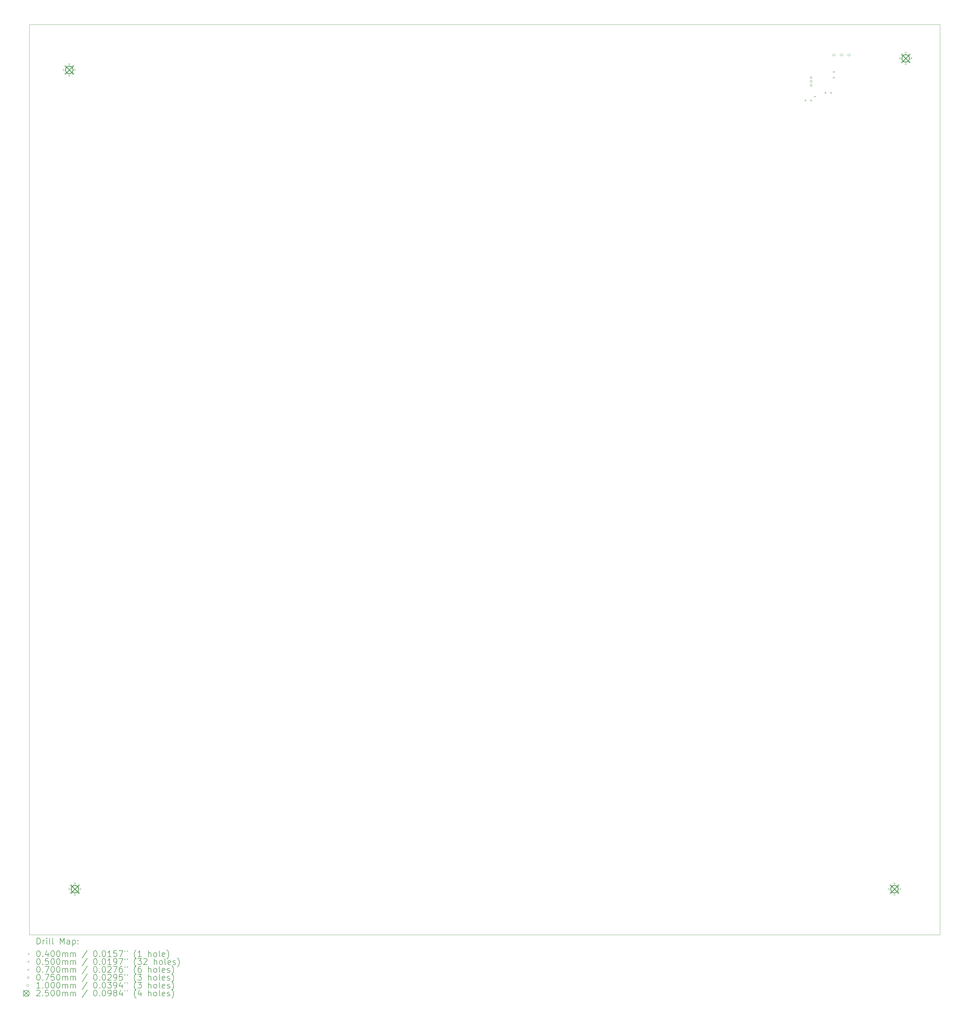
<source format=gbr>
%TF.GenerationSoftware,KiCad,Pcbnew,8.0.0*%
%TF.CreationDate,2024-03-19T23:39:02-04:00*%
%TF.ProjectId,WaterSensor,57617465-7253-4656-9e73-6f722e6b6963,rev?*%
%TF.SameCoordinates,Original*%
%TF.FileFunction,Drillmap*%
%TF.FilePolarity,Positive*%
%FSLAX45Y45*%
G04 Gerber Fmt 4.5, Leading zero omitted, Abs format (unit mm)*
G04 Created by KiCad (PCBNEW 8.0.0) date 2024-03-19 23:39:02*
%MOMM*%
%LPD*%
G01*
G04 APERTURE LIST*
%ADD10C,0.100000*%
%ADD11C,0.200000*%
%ADD12C,0.250000*%
G04 APERTURE END LIST*
D10*
X12700000Y-4572000D02*
X43180000Y-4572000D01*
X43180000Y-35052000D01*
X12700000Y-35052000D01*
X12700000Y-4572000D01*
D11*
D10*
X38969000Y-6965000D02*
X39009000Y-7005000D01*
X39009000Y-6965000D02*
X38969000Y-7005000D01*
X13874000Y-6096000D02*
G75*
G02*
X13824000Y-6096000I-25000J0D01*
G01*
X13824000Y-6096000D02*
G75*
G02*
X13874000Y-6096000I25000J0D01*
G01*
X13928917Y-5963417D02*
G75*
G02*
X13878917Y-5963417I-25000J0D01*
G01*
X13878917Y-5963417D02*
G75*
G02*
X13928917Y-5963417I25000J0D01*
G01*
X13928917Y-6228582D02*
G75*
G02*
X13878917Y-6228582I-25000J0D01*
G01*
X13878917Y-6228582D02*
G75*
G02*
X13928917Y-6228582I25000J0D01*
G01*
X14061500Y-5908500D02*
G75*
G02*
X14011500Y-5908500I-25000J0D01*
G01*
X14011500Y-5908500D02*
G75*
G02*
X14061500Y-5908500I25000J0D01*
G01*
X14061500Y-6283500D02*
G75*
G02*
X14011500Y-6283500I-25000J0D01*
G01*
X14011500Y-6283500D02*
G75*
G02*
X14061500Y-6283500I25000J0D01*
G01*
X14061500Y-33528000D02*
G75*
G02*
X14011500Y-33528000I-25000J0D01*
G01*
X14011500Y-33528000D02*
G75*
G02*
X14061500Y-33528000I25000J0D01*
G01*
X14116417Y-33395417D02*
G75*
G02*
X14066417Y-33395417I-25000J0D01*
G01*
X14066417Y-33395417D02*
G75*
G02*
X14116417Y-33395417I25000J0D01*
G01*
X14116417Y-33660583D02*
G75*
G02*
X14066417Y-33660583I-25000J0D01*
G01*
X14066417Y-33660583D02*
G75*
G02*
X14116417Y-33660583I25000J0D01*
G01*
X14194082Y-5963417D02*
G75*
G02*
X14144082Y-5963417I-25000J0D01*
G01*
X14144082Y-5963417D02*
G75*
G02*
X14194082Y-5963417I25000J0D01*
G01*
X14194082Y-6228582D02*
G75*
G02*
X14144082Y-6228582I-25000J0D01*
G01*
X14144082Y-6228582D02*
G75*
G02*
X14194082Y-6228582I25000J0D01*
G01*
X14249000Y-6096000D02*
G75*
G02*
X14199000Y-6096000I-25000J0D01*
G01*
X14199000Y-6096000D02*
G75*
G02*
X14249000Y-6096000I25000J0D01*
G01*
X14249000Y-33340500D02*
G75*
G02*
X14199000Y-33340500I-25000J0D01*
G01*
X14199000Y-33340500D02*
G75*
G02*
X14249000Y-33340500I25000J0D01*
G01*
X14249000Y-33715500D02*
G75*
G02*
X14199000Y-33715500I-25000J0D01*
G01*
X14199000Y-33715500D02*
G75*
G02*
X14249000Y-33715500I25000J0D01*
G01*
X14381582Y-33395417D02*
G75*
G02*
X14331582Y-33395417I-25000J0D01*
G01*
X14331582Y-33395417D02*
G75*
G02*
X14381582Y-33395417I25000J0D01*
G01*
X14381582Y-33660583D02*
G75*
G02*
X14331582Y-33660583I-25000J0D01*
G01*
X14331582Y-33660583D02*
G75*
G02*
X14381582Y-33660583I25000J0D01*
G01*
X14436500Y-33528000D02*
G75*
G02*
X14386500Y-33528000I-25000J0D01*
G01*
X14386500Y-33528000D02*
G75*
G02*
X14436500Y-33528000I25000J0D01*
G01*
X41493500Y-33528000D02*
G75*
G02*
X41443500Y-33528000I-25000J0D01*
G01*
X41443500Y-33528000D02*
G75*
G02*
X41493500Y-33528000I25000J0D01*
G01*
X41548418Y-33395417D02*
G75*
G02*
X41498418Y-33395417I-25000J0D01*
G01*
X41498418Y-33395417D02*
G75*
G02*
X41548418Y-33395417I25000J0D01*
G01*
X41548418Y-33660583D02*
G75*
G02*
X41498418Y-33660583I-25000J0D01*
G01*
X41498418Y-33660583D02*
G75*
G02*
X41548418Y-33660583I25000J0D01*
G01*
X41681000Y-33340500D02*
G75*
G02*
X41631000Y-33340500I-25000J0D01*
G01*
X41631000Y-33340500D02*
G75*
G02*
X41681000Y-33340500I25000J0D01*
G01*
X41681000Y-33715500D02*
G75*
G02*
X41631000Y-33715500I-25000J0D01*
G01*
X41631000Y-33715500D02*
G75*
G02*
X41681000Y-33715500I25000J0D01*
G01*
X41813583Y-33395417D02*
G75*
G02*
X41763583Y-33395417I-25000J0D01*
G01*
X41763583Y-33395417D02*
G75*
G02*
X41813583Y-33395417I25000J0D01*
G01*
X41813583Y-33660583D02*
G75*
G02*
X41763583Y-33660583I-25000J0D01*
G01*
X41763583Y-33660583D02*
G75*
G02*
X41813583Y-33660583I25000J0D01*
G01*
X41868500Y-33528000D02*
G75*
G02*
X41818500Y-33528000I-25000J0D01*
G01*
X41818500Y-33528000D02*
G75*
G02*
X41868500Y-33528000I25000J0D01*
G01*
X41868918Y-5709417D02*
G75*
G02*
X41818918Y-5709417I-25000J0D01*
G01*
X41818918Y-5709417D02*
G75*
G02*
X41868918Y-5709417I25000J0D01*
G01*
X41923835Y-5576835D02*
G75*
G02*
X41873835Y-5576835I-25000J0D01*
G01*
X41873835Y-5576835D02*
G75*
G02*
X41923835Y-5576835I25000J0D01*
G01*
X41923835Y-5842000D02*
G75*
G02*
X41873835Y-5842000I-25000J0D01*
G01*
X41873835Y-5842000D02*
G75*
G02*
X41923835Y-5842000I25000J0D01*
G01*
X42056418Y-5521918D02*
G75*
G02*
X42006418Y-5521918I-25000J0D01*
G01*
X42006418Y-5521918D02*
G75*
G02*
X42056418Y-5521918I25000J0D01*
G01*
X42056418Y-5896917D02*
G75*
G02*
X42006418Y-5896917I-25000J0D01*
G01*
X42006418Y-5896917D02*
G75*
G02*
X42056418Y-5896917I25000J0D01*
G01*
X42189000Y-5576835D02*
G75*
G02*
X42139000Y-5576835I-25000J0D01*
G01*
X42139000Y-5576835D02*
G75*
G02*
X42189000Y-5576835I25000J0D01*
G01*
X42189000Y-5842000D02*
G75*
G02*
X42139000Y-5842000I-25000J0D01*
G01*
X42139000Y-5842000D02*
G75*
G02*
X42189000Y-5842000I25000J0D01*
G01*
X42243918Y-5709417D02*
G75*
G02*
X42193918Y-5709417I-25000J0D01*
G01*
X42193918Y-5709417D02*
G75*
G02*
X42243918Y-5709417I25000J0D01*
G01*
X38672000Y-7077000D02*
X38672000Y-7147000D01*
X38637000Y-7112000D02*
X38707000Y-7112000D01*
X38862000Y-7077000D02*
X38862000Y-7147000D01*
X38827000Y-7112000D02*
X38897000Y-7112000D01*
X39342750Y-6823000D02*
X39342750Y-6893000D01*
X39307750Y-6858000D02*
X39377750Y-6858000D01*
X39532750Y-6823000D02*
X39532750Y-6893000D01*
X39497750Y-6858000D02*
X39567750Y-6858000D01*
X39624000Y-6125000D02*
X39624000Y-6195000D01*
X39589000Y-6160000D02*
X39659000Y-6160000D01*
X39624000Y-6315000D02*
X39624000Y-6385000D01*
X39589000Y-6350000D02*
X39659000Y-6350000D01*
X38888517Y-6376517D02*
X38888517Y-6323483D01*
X38835484Y-6323483D01*
X38835484Y-6376517D01*
X38888517Y-6376517D01*
X38888517Y-6503517D02*
X38888517Y-6450483D01*
X38835484Y-6450483D01*
X38835484Y-6503517D01*
X38888517Y-6503517D01*
X38888517Y-6630517D02*
X38888517Y-6577483D01*
X38835484Y-6577483D01*
X38835484Y-6630517D01*
X38888517Y-6630517D01*
X39624000Y-5638000D02*
X39674000Y-5588000D01*
X39624000Y-5538000D01*
X39574000Y-5588000D01*
X39624000Y-5638000D01*
X39878000Y-5638000D02*
X39928000Y-5588000D01*
X39878000Y-5538000D01*
X39828000Y-5588000D01*
X39878000Y-5638000D01*
X40132000Y-5638000D02*
X40182000Y-5588000D01*
X40132000Y-5538000D01*
X40082000Y-5588000D01*
X40132000Y-5638000D01*
D12*
X13911500Y-5971000D02*
X14161500Y-6221000D01*
X14161500Y-5971000D02*
X13911500Y-6221000D01*
X14161500Y-6096000D02*
G75*
G02*
X13911500Y-6096000I-125000J0D01*
G01*
X13911500Y-6096000D02*
G75*
G02*
X14161500Y-6096000I125000J0D01*
G01*
X14099000Y-33403000D02*
X14349000Y-33653000D01*
X14349000Y-33403000D02*
X14099000Y-33653000D01*
X14349000Y-33528000D02*
G75*
G02*
X14099000Y-33528000I-125000J0D01*
G01*
X14099000Y-33528000D02*
G75*
G02*
X14349000Y-33528000I125000J0D01*
G01*
X41531000Y-33403000D02*
X41781000Y-33653000D01*
X41781000Y-33403000D02*
X41531000Y-33653000D01*
X41781000Y-33528000D02*
G75*
G02*
X41531000Y-33528000I-125000J0D01*
G01*
X41531000Y-33528000D02*
G75*
G02*
X41781000Y-33528000I125000J0D01*
G01*
X41906418Y-5584418D02*
X42156418Y-5834417D01*
X42156418Y-5584418D02*
X41906418Y-5834417D01*
X42156418Y-5709417D02*
G75*
G02*
X41906418Y-5709417I-125000J0D01*
G01*
X41906418Y-5709417D02*
G75*
G02*
X42156418Y-5709417I125000J0D01*
G01*
D11*
X12955777Y-35368484D02*
X12955777Y-35168484D01*
X12955777Y-35168484D02*
X13003396Y-35168484D01*
X13003396Y-35168484D02*
X13031967Y-35178008D01*
X13031967Y-35178008D02*
X13051015Y-35197055D01*
X13051015Y-35197055D02*
X13060539Y-35216103D01*
X13060539Y-35216103D02*
X13070062Y-35254198D01*
X13070062Y-35254198D02*
X13070062Y-35282770D01*
X13070062Y-35282770D02*
X13060539Y-35320865D01*
X13060539Y-35320865D02*
X13051015Y-35339912D01*
X13051015Y-35339912D02*
X13031967Y-35358960D01*
X13031967Y-35358960D02*
X13003396Y-35368484D01*
X13003396Y-35368484D02*
X12955777Y-35368484D01*
X13155777Y-35368484D02*
X13155777Y-35235150D01*
X13155777Y-35273246D02*
X13165301Y-35254198D01*
X13165301Y-35254198D02*
X13174824Y-35244674D01*
X13174824Y-35244674D02*
X13193872Y-35235150D01*
X13193872Y-35235150D02*
X13212920Y-35235150D01*
X13279586Y-35368484D02*
X13279586Y-35235150D01*
X13279586Y-35168484D02*
X13270062Y-35178008D01*
X13270062Y-35178008D02*
X13279586Y-35187531D01*
X13279586Y-35187531D02*
X13289110Y-35178008D01*
X13289110Y-35178008D02*
X13279586Y-35168484D01*
X13279586Y-35168484D02*
X13279586Y-35187531D01*
X13403396Y-35368484D02*
X13384348Y-35358960D01*
X13384348Y-35358960D02*
X13374824Y-35339912D01*
X13374824Y-35339912D02*
X13374824Y-35168484D01*
X13508158Y-35368484D02*
X13489110Y-35358960D01*
X13489110Y-35358960D02*
X13479586Y-35339912D01*
X13479586Y-35339912D02*
X13479586Y-35168484D01*
X13736729Y-35368484D02*
X13736729Y-35168484D01*
X13736729Y-35168484D02*
X13803396Y-35311341D01*
X13803396Y-35311341D02*
X13870062Y-35168484D01*
X13870062Y-35168484D02*
X13870062Y-35368484D01*
X14051015Y-35368484D02*
X14051015Y-35263722D01*
X14051015Y-35263722D02*
X14041491Y-35244674D01*
X14041491Y-35244674D02*
X14022443Y-35235150D01*
X14022443Y-35235150D02*
X13984348Y-35235150D01*
X13984348Y-35235150D02*
X13965301Y-35244674D01*
X14051015Y-35358960D02*
X14031967Y-35368484D01*
X14031967Y-35368484D02*
X13984348Y-35368484D01*
X13984348Y-35368484D02*
X13965301Y-35358960D01*
X13965301Y-35358960D02*
X13955777Y-35339912D01*
X13955777Y-35339912D02*
X13955777Y-35320865D01*
X13955777Y-35320865D02*
X13965301Y-35301817D01*
X13965301Y-35301817D02*
X13984348Y-35292293D01*
X13984348Y-35292293D02*
X14031967Y-35292293D01*
X14031967Y-35292293D02*
X14051015Y-35282770D01*
X14146253Y-35235150D02*
X14146253Y-35435150D01*
X14146253Y-35244674D02*
X14165301Y-35235150D01*
X14165301Y-35235150D02*
X14203396Y-35235150D01*
X14203396Y-35235150D02*
X14222443Y-35244674D01*
X14222443Y-35244674D02*
X14231967Y-35254198D01*
X14231967Y-35254198D02*
X14241491Y-35273246D01*
X14241491Y-35273246D02*
X14241491Y-35330389D01*
X14241491Y-35330389D02*
X14231967Y-35349436D01*
X14231967Y-35349436D02*
X14222443Y-35358960D01*
X14222443Y-35358960D02*
X14203396Y-35368484D01*
X14203396Y-35368484D02*
X14165301Y-35368484D01*
X14165301Y-35368484D02*
X14146253Y-35358960D01*
X14327205Y-35349436D02*
X14336729Y-35358960D01*
X14336729Y-35358960D02*
X14327205Y-35368484D01*
X14327205Y-35368484D02*
X14317682Y-35358960D01*
X14317682Y-35358960D02*
X14327205Y-35349436D01*
X14327205Y-35349436D02*
X14327205Y-35368484D01*
X14327205Y-35244674D02*
X14336729Y-35254198D01*
X14336729Y-35254198D02*
X14327205Y-35263722D01*
X14327205Y-35263722D02*
X14317682Y-35254198D01*
X14317682Y-35254198D02*
X14327205Y-35244674D01*
X14327205Y-35244674D02*
X14327205Y-35263722D01*
D10*
X12655000Y-35677000D02*
X12695000Y-35717000D01*
X12695000Y-35677000D02*
X12655000Y-35717000D01*
D11*
X12993872Y-35588484D02*
X13012920Y-35588484D01*
X13012920Y-35588484D02*
X13031967Y-35598008D01*
X13031967Y-35598008D02*
X13041491Y-35607531D01*
X13041491Y-35607531D02*
X13051015Y-35626579D01*
X13051015Y-35626579D02*
X13060539Y-35664674D01*
X13060539Y-35664674D02*
X13060539Y-35712293D01*
X13060539Y-35712293D02*
X13051015Y-35750389D01*
X13051015Y-35750389D02*
X13041491Y-35769436D01*
X13041491Y-35769436D02*
X13031967Y-35778960D01*
X13031967Y-35778960D02*
X13012920Y-35788484D01*
X13012920Y-35788484D02*
X12993872Y-35788484D01*
X12993872Y-35788484D02*
X12974824Y-35778960D01*
X12974824Y-35778960D02*
X12965301Y-35769436D01*
X12965301Y-35769436D02*
X12955777Y-35750389D01*
X12955777Y-35750389D02*
X12946253Y-35712293D01*
X12946253Y-35712293D02*
X12946253Y-35664674D01*
X12946253Y-35664674D02*
X12955777Y-35626579D01*
X12955777Y-35626579D02*
X12965301Y-35607531D01*
X12965301Y-35607531D02*
X12974824Y-35598008D01*
X12974824Y-35598008D02*
X12993872Y-35588484D01*
X13146253Y-35769436D02*
X13155777Y-35778960D01*
X13155777Y-35778960D02*
X13146253Y-35788484D01*
X13146253Y-35788484D02*
X13136729Y-35778960D01*
X13136729Y-35778960D02*
X13146253Y-35769436D01*
X13146253Y-35769436D02*
X13146253Y-35788484D01*
X13327205Y-35655150D02*
X13327205Y-35788484D01*
X13279586Y-35578960D02*
X13231967Y-35721817D01*
X13231967Y-35721817D02*
X13355777Y-35721817D01*
X13470062Y-35588484D02*
X13489110Y-35588484D01*
X13489110Y-35588484D02*
X13508158Y-35598008D01*
X13508158Y-35598008D02*
X13517682Y-35607531D01*
X13517682Y-35607531D02*
X13527205Y-35626579D01*
X13527205Y-35626579D02*
X13536729Y-35664674D01*
X13536729Y-35664674D02*
X13536729Y-35712293D01*
X13536729Y-35712293D02*
X13527205Y-35750389D01*
X13527205Y-35750389D02*
X13517682Y-35769436D01*
X13517682Y-35769436D02*
X13508158Y-35778960D01*
X13508158Y-35778960D02*
X13489110Y-35788484D01*
X13489110Y-35788484D02*
X13470062Y-35788484D01*
X13470062Y-35788484D02*
X13451015Y-35778960D01*
X13451015Y-35778960D02*
X13441491Y-35769436D01*
X13441491Y-35769436D02*
X13431967Y-35750389D01*
X13431967Y-35750389D02*
X13422443Y-35712293D01*
X13422443Y-35712293D02*
X13422443Y-35664674D01*
X13422443Y-35664674D02*
X13431967Y-35626579D01*
X13431967Y-35626579D02*
X13441491Y-35607531D01*
X13441491Y-35607531D02*
X13451015Y-35598008D01*
X13451015Y-35598008D02*
X13470062Y-35588484D01*
X13660539Y-35588484D02*
X13679586Y-35588484D01*
X13679586Y-35588484D02*
X13698634Y-35598008D01*
X13698634Y-35598008D02*
X13708158Y-35607531D01*
X13708158Y-35607531D02*
X13717682Y-35626579D01*
X13717682Y-35626579D02*
X13727205Y-35664674D01*
X13727205Y-35664674D02*
X13727205Y-35712293D01*
X13727205Y-35712293D02*
X13717682Y-35750389D01*
X13717682Y-35750389D02*
X13708158Y-35769436D01*
X13708158Y-35769436D02*
X13698634Y-35778960D01*
X13698634Y-35778960D02*
X13679586Y-35788484D01*
X13679586Y-35788484D02*
X13660539Y-35788484D01*
X13660539Y-35788484D02*
X13641491Y-35778960D01*
X13641491Y-35778960D02*
X13631967Y-35769436D01*
X13631967Y-35769436D02*
X13622443Y-35750389D01*
X13622443Y-35750389D02*
X13612920Y-35712293D01*
X13612920Y-35712293D02*
X13612920Y-35664674D01*
X13612920Y-35664674D02*
X13622443Y-35626579D01*
X13622443Y-35626579D02*
X13631967Y-35607531D01*
X13631967Y-35607531D02*
X13641491Y-35598008D01*
X13641491Y-35598008D02*
X13660539Y-35588484D01*
X13812920Y-35788484D02*
X13812920Y-35655150D01*
X13812920Y-35674198D02*
X13822443Y-35664674D01*
X13822443Y-35664674D02*
X13841491Y-35655150D01*
X13841491Y-35655150D02*
X13870063Y-35655150D01*
X13870063Y-35655150D02*
X13889110Y-35664674D01*
X13889110Y-35664674D02*
X13898634Y-35683722D01*
X13898634Y-35683722D02*
X13898634Y-35788484D01*
X13898634Y-35683722D02*
X13908158Y-35664674D01*
X13908158Y-35664674D02*
X13927205Y-35655150D01*
X13927205Y-35655150D02*
X13955777Y-35655150D01*
X13955777Y-35655150D02*
X13974824Y-35664674D01*
X13974824Y-35664674D02*
X13984348Y-35683722D01*
X13984348Y-35683722D02*
X13984348Y-35788484D01*
X14079586Y-35788484D02*
X14079586Y-35655150D01*
X14079586Y-35674198D02*
X14089110Y-35664674D01*
X14089110Y-35664674D02*
X14108158Y-35655150D01*
X14108158Y-35655150D02*
X14136729Y-35655150D01*
X14136729Y-35655150D02*
X14155777Y-35664674D01*
X14155777Y-35664674D02*
X14165301Y-35683722D01*
X14165301Y-35683722D02*
X14165301Y-35788484D01*
X14165301Y-35683722D02*
X14174824Y-35664674D01*
X14174824Y-35664674D02*
X14193872Y-35655150D01*
X14193872Y-35655150D02*
X14222443Y-35655150D01*
X14222443Y-35655150D02*
X14241491Y-35664674D01*
X14241491Y-35664674D02*
X14251015Y-35683722D01*
X14251015Y-35683722D02*
X14251015Y-35788484D01*
X14641491Y-35578960D02*
X14470063Y-35836103D01*
X14898634Y-35588484D02*
X14917682Y-35588484D01*
X14917682Y-35588484D02*
X14936729Y-35598008D01*
X14936729Y-35598008D02*
X14946253Y-35607531D01*
X14946253Y-35607531D02*
X14955777Y-35626579D01*
X14955777Y-35626579D02*
X14965301Y-35664674D01*
X14965301Y-35664674D02*
X14965301Y-35712293D01*
X14965301Y-35712293D02*
X14955777Y-35750389D01*
X14955777Y-35750389D02*
X14946253Y-35769436D01*
X14946253Y-35769436D02*
X14936729Y-35778960D01*
X14936729Y-35778960D02*
X14917682Y-35788484D01*
X14917682Y-35788484D02*
X14898634Y-35788484D01*
X14898634Y-35788484D02*
X14879586Y-35778960D01*
X14879586Y-35778960D02*
X14870063Y-35769436D01*
X14870063Y-35769436D02*
X14860539Y-35750389D01*
X14860539Y-35750389D02*
X14851015Y-35712293D01*
X14851015Y-35712293D02*
X14851015Y-35664674D01*
X14851015Y-35664674D02*
X14860539Y-35626579D01*
X14860539Y-35626579D02*
X14870063Y-35607531D01*
X14870063Y-35607531D02*
X14879586Y-35598008D01*
X14879586Y-35598008D02*
X14898634Y-35588484D01*
X15051015Y-35769436D02*
X15060539Y-35778960D01*
X15060539Y-35778960D02*
X15051015Y-35788484D01*
X15051015Y-35788484D02*
X15041491Y-35778960D01*
X15041491Y-35778960D02*
X15051015Y-35769436D01*
X15051015Y-35769436D02*
X15051015Y-35788484D01*
X15184348Y-35588484D02*
X15203396Y-35588484D01*
X15203396Y-35588484D02*
X15222444Y-35598008D01*
X15222444Y-35598008D02*
X15231967Y-35607531D01*
X15231967Y-35607531D02*
X15241491Y-35626579D01*
X15241491Y-35626579D02*
X15251015Y-35664674D01*
X15251015Y-35664674D02*
X15251015Y-35712293D01*
X15251015Y-35712293D02*
X15241491Y-35750389D01*
X15241491Y-35750389D02*
X15231967Y-35769436D01*
X15231967Y-35769436D02*
X15222444Y-35778960D01*
X15222444Y-35778960D02*
X15203396Y-35788484D01*
X15203396Y-35788484D02*
X15184348Y-35788484D01*
X15184348Y-35788484D02*
X15165301Y-35778960D01*
X15165301Y-35778960D02*
X15155777Y-35769436D01*
X15155777Y-35769436D02*
X15146253Y-35750389D01*
X15146253Y-35750389D02*
X15136729Y-35712293D01*
X15136729Y-35712293D02*
X15136729Y-35664674D01*
X15136729Y-35664674D02*
X15146253Y-35626579D01*
X15146253Y-35626579D02*
X15155777Y-35607531D01*
X15155777Y-35607531D02*
X15165301Y-35598008D01*
X15165301Y-35598008D02*
X15184348Y-35588484D01*
X15441491Y-35788484D02*
X15327206Y-35788484D01*
X15384348Y-35788484D02*
X15384348Y-35588484D01*
X15384348Y-35588484D02*
X15365301Y-35617055D01*
X15365301Y-35617055D02*
X15346253Y-35636103D01*
X15346253Y-35636103D02*
X15327206Y-35645627D01*
X15622444Y-35588484D02*
X15527206Y-35588484D01*
X15527206Y-35588484D02*
X15517682Y-35683722D01*
X15517682Y-35683722D02*
X15527206Y-35674198D01*
X15527206Y-35674198D02*
X15546253Y-35664674D01*
X15546253Y-35664674D02*
X15593872Y-35664674D01*
X15593872Y-35664674D02*
X15612920Y-35674198D01*
X15612920Y-35674198D02*
X15622444Y-35683722D01*
X15622444Y-35683722D02*
X15631967Y-35702770D01*
X15631967Y-35702770D02*
X15631967Y-35750389D01*
X15631967Y-35750389D02*
X15622444Y-35769436D01*
X15622444Y-35769436D02*
X15612920Y-35778960D01*
X15612920Y-35778960D02*
X15593872Y-35788484D01*
X15593872Y-35788484D02*
X15546253Y-35788484D01*
X15546253Y-35788484D02*
X15527206Y-35778960D01*
X15527206Y-35778960D02*
X15517682Y-35769436D01*
X15698634Y-35588484D02*
X15831967Y-35588484D01*
X15831967Y-35588484D02*
X15746253Y-35788484D01*
X15898634Y-35588484D02*
X15898634Y-35626579D01*
X15974825Y-35588484D02*
X15974825Y-35626579D01*
X16270063Y-35864674D02*
X16260539Y-35855150D01*
X16260539Y-35855150D02*
X16241491Y-35826579D01*
X16241491Y-35826579D02*
X16231968Y-35807531D01*
X16231968Y-35807531D02*
X16222444Y-35778960D01*
X16222444Y-35778960D02*
X16212920Y-35731341D01*
X16212920Y-35731341D02*
X16212920Y-35693246D01*
X16212920Y-35693246D02*
X16222444Y-35645627D01*
X16222444Y-35645627D02*
X16231968Y-35617055D01*
X16231968Y-35617055D02*
X16241491Y-35598008D01*
X16241491Y-35598008D02*
X16260539Y-35569436D01*
X16260539Y-35569436D02*
X16270063Y-35559912D01*
X16451015Y-35788484D02*
X16336729Y-35788484D01*
X16393872Y-35788484D02*
X16393872Y-35588484D01*
X16393872Y-35588484D02*
X16374825Y-35617055D01*
X16374825Y-35617055D02*
X16355777Y-35636103D01*
X16355777Y-35636103D02*
X16336729Y-35645627D01*
X16689110Y-35788484D02*
X16689110Y-35588484D01*
X16774825Y-35788484D02*
X16774825Y-35683722D01*
X16774825Y-35683722D02*
X16765301Y-35664674D01*
X16765301Y-35664674D02*
X16746253Y-35655150D01*
X16746253Y-35655150D02*
X16717682Y-35655150D01*
X16717682Y-35655150D02*
X16698634Y-35664674D01*
X16698634Y-35664674D02*
X16689110Y-35674198D01*
X16898634Y-35788484D02*
X16879587Y-35778960D01*
X16879587Y-35778960D02*
X16870063Y-35769436D01*
X16870063Y-35769436D02*
X16860539Y-35750389D01*
X16860539Y-35750389D02*
X16860539Y-35693246D01*
X16860539Y-35693246D02*
X16870063Y-35674198D01*
X16870063Y-35674198D02*
X16879587Y-35664674D01*
X16879587Y-35664674D02*
X16898634Y-35655150D01*
X16898634Y-35655150D02*
X16927206Y-35655150D01*
X16927206Y-35655150D02*
X16946253Y-35664674D01*
X16946253Y-35664674D02*
X16955777Y-35674198D01*
X16955777Y-35674198D02*
X16965301Y-35693246D01*
X16965301Y-35693246D02*
X16965301Y-35750389D01*
X16965301Y-35750389D02*
X16955777Y-35769436D01*
X16955777Y-35769436D02*
X16946253Y-35778960D01*
X16946253Y-35778960D02*
X16927206Y-35788484D01*
X16927206Y-35788484D02*
X16898634Y-35788484D01*
X17079587Y-35788484D02*
X17060539Y-35778960D01*
X17060539Y-35778960D02*
X17051015Y-35759912D01*
X17051015Y-35759912D02*
X17051015Y-35588484D01*
X17231968Y-35778960D02*
X17212920Y-35788484D01*
X17212920Y-35788484D02*
X17174825Y-35788484D01*
X17174825Y-35788484D02*
X17155777Y-35778960D01*
X17155777Y-35778960D02*
X17146253Y-35759912D01*
X17146253Y-35759912D02*
X17146253Y-35683722D01*
X17146253Y-35683722D02*
X17155777Y-35664674D01*
X17155777Y-35664674D02*
X17174825Y-35655150D01*
X17174825Y-35655150D02*
X17212920Y-35655150D01*
X17212920Y-35655150D02*
X17231968Y-35664674D01*
X17231968Y-35664674D02*
X17241492Y-35683722D01*
X17241492Y-35683722D02*
X17241492Y-35702770D01*
X17241492Y-35702770D02*
X17146253Y-35721817D01*
X17308158Y-35864674D02*
X17317682Y-35855150D01*
X17317682Y-35855150D02*
X17336730Y-35826579D01*
X17336730Y-35826579D02*
X17346253Y-35807531D01*
X17346253Y-35807531D02*
X17355777Y-35778960D01*
X17355777Y-35778960D02*
X17365301Y-35731341D01*
X17365301Y-35731341D02*
X17365301Y-35693246D01*
X17365301Y-35693246D02*
X17355777Y-35645627D01*
X17355777Y-35645627D02*
X17346253Y-35617055D01*
X17346253Y-35617055D02*
X17336730Y-35598008D01*
X17336730Y-35598008D02*
X17317682Y-35569436D01*
X17317682Y-35569436D02*
X17308158Y-35559912D01*
D10*
X12695000Y-35961000D02*
G75*
G02*
X12645000Y-35961000I-25000J0D01*
G01*
X12645000Y-35961000D02*
G75*
G02*
X12695000Y-35961000I25000J0D01*
G01*
D11*
X12993872Y-35852484D02*
X13012920Y-35852484D01*
X13012920Y-35852484D02*
X13031967Y-35862008D01*
X13031967Y-35862008D02*
X13041491Y-35871531D01*
X13041491Y-35871531D02*
X13051015Y-35890579D01*
X13051015Y-35890579D02*
X13060539Y-35928674D01*
X13060539Y-35928674D02*
X13060539Y-35976293D01*
X13060539Y-35976293D02*
X13051015Y-36014389D01*
X13051015Y-36014389D02*
X13041491Y-36033436D01*
X13041491Y-36033436D02*
X13031967Y-36042960D01*
X13031967Y-36042960D02*
X13012920Y-36052484D01*
X13012920Y-36052484D02*
X12993872Y-36052484D01*
X12993872Y-36052484D02*
X12974824Y-36042960D01*
X12974824Y-36042960D02*
X12965301Y-36033436D01*
X12965301Y-36033436D02*
X12955777Y-36014389D01*
X12955777Y-36014389D02*
X12946253Y-35976293D01*
X12946253Y-35976293D02*
X12946253Y-35928674D01*
X12946253Y-35928674D02*
X12955777Y-35890579D01*
X12955777Y-35890579D02*
X12965301Y-35871531D01*
X12965301Y-35871531D02*
X12974824Y-35862008D01*
X12974824Y-35862008D02*
X12993872Y-35852484D01*
X13146253Y-36033436D02*
X13155777Y-36042960D01*
X13155777Y-36042960D02*
X13146253Y-36052484D01*
X13146253Y-36052484D02*
X13136729Y-36042960D01*
X13136729Y-36042960D02*
X13146253Y-36033436D01*
X13146253Y-36033436D02*
X13146253Y-36052484D01*
X13336729Y-35852484D02*
X13241491Y-35852484D01*
X13241491Y-35852484D02*
X13231967Y-35947722D01*
X13231967Y-35947722D02*
X13241491Y-35938198D01*
X13241491Y-35938198D02*
X13260539Y-35928674D01*
X13260539Y-35928674D02*
X13308158Y-35928674D01*
X13308158Y-35928674D02*
X13327205Y-35938198D01*
X13327205Y-35938198D02*
X13336729Y-35947722D01*
X13336729Y-35947722D02*
X13346253Y-35966770D01*
X13346253Y-35966770D02*
X13346253Y-36014389D01*
X13346253Y-36014389D02*
X13336729Y-36033436D01*
X13336729Y-36033436D02*
X13327205Y-36042960D01*
X13327205Y-36042960D02*
X13308158Y-36052484D01*
X13308158Y-36052484D02*
X13260539Y-36052484D01*
X13260539Y-36052484D02*
X13241491Y-36042960D01*
X13241491Y-36042960D02*
X13231967Y-36033436D01*
X13470062Y-35852484D02*
X13489110Y-35852484D01*
X13489110Y-35852484D02*
X13508158Y-35862008D01*
X13508158Y-35862008D02*
X13517682Y-35871531D01*
X13517682Y-35871531D02*
X13527205Y-35890579D01*
X13527205Y-35890579D02*
X13536729Y-35928674D01*
X13536729Y-35928674D02*
X13536729Y-35976293D01*
X13536729Y-35976293D02*
X13527205Y-36014389D01*
X13527205Y-36014389D02*
X13517682Y-36033436D01*
X13517682Y-36033436D02*
X13508158Y-36042960D01*
X13508158Y-36042960D02*
X13489110Y-36052484D01*
X13489110Y-36052484D02*
X13470062Y-36052484D01*
X13470062Y-36052484D02*
X13451015Y-36042960D01*
X13451015Y-36042960D02*
X13441491Y-36033436D01*
X13441491Y-36033436D02*
X13431967Y-36014389D01*
X13431967Y-36014389D02*
X13422443Y-35976293D01*
X13422443Y-35976293D02*
X13422443Y-35928674D01*
X13422443Y-35928674D02*
X13431967Y-35890579D01*
X13431967Y-35890579D02*
X13441491Y-35871531D01*
X13441491Y-35871531D02*
X13451015Y-35862008D01*
X13451015Y-35862008D02*
X13470062Y-35852484D01*
X13660539Y-35852484D02*
X13679586Y-35852484D01*
X13679586Y-35852484D02*
X13698634Y-35862008D01*
X13698634Y-35862008D02*
X13708158Y-35871531D01*
X13708158Y-35871531D02*
X13717682Y-35890579D01*
X13717682Y-35890579D02*
X13727205Y-35928674D01*
X13727205Y-35928674D02*
X13727205Y-35976293D01*
X13727205Y-35976293D02*
X13717682Y-36014389D01*
X13717682Y-36014389D02*
X13708158Y-36033436D01*
X13708158Y-36033436D02*
X13698634Y-36042960D01*
X13698634Y-36042960D02*
X13679586Y-36052484D01*
X13679586Y-36052484D02*
X13660539Y-36052484D01*
X13660539Y-36052484D02*
X13641491Y-36042960D01*
X13641491Y-36042960D02*
X13631967Y-36033436D01*
X13631967Y-36033436D02*
X13622443Y-36014389D01*
X13622443Y-36014389D02*
X13612920Y-35976293D01*
X13612920Y-35976293D02*
X13612920Y-35928674D01*
X13612920Y-35928674D02*
X13622443Y-35890579D01*
X13622443Y-35890579D02*
X13631967Y-35871531D01*
X13631967Y-35871531D02*
X13641491Y-35862008D01*
X13641491Y-35862008D02*
X13660539Y-35852484D01*
X13812920Y-36052484D02*
X13812920Y-35919150D01*
X13812920Y-35938198D02*
X13822443Y-35928674D01*
X13822443Y-35928674D02*
X13841491Y-35919150D01*
X13841491Y-35919150D02*
X13870063Y-35919150D01*
X13870063Y-35919150D02*
X13889110Y-35928674D01*
X13889110Y-35928674D02*
X13898634Y-35947722D01*
X13898634Y-35947722D02*
X13898634Y-36052484D01*
X13898634Y-35947722D02*
X13908158Y-35928674D01*
X13908158Y-35928674D02*
X13927205Y-35919150D01*
X13927205Y-35919150D02*
X13955777Y-35919150D01*
X13955777Y-35919150D02*
X13974824Y-35928674D01*
X13974824Y-35928674D02*
X13984348Y-35947722D01*
X13984348Y-35947722D02*
X13984348Y-36052484D01*
X14079586Y-36052484D02*
X14079586Y-35919150D01*
X14079586Y-35938198D02*
X14089110Y-35928674D01*
X14089110Y-35928674D02*
X14108158Y-35919150D01*
X14108158Y-35919150D02*
X14136729Y-35919150D01*
X14136729Y-35919150D02*
X14155777Y-35928674D01*
X14155777Y-35928674D02*
X14165301Y-35947722D01*
X14165301Y-35947722D02*
X14165301Y-36052484D01*
X14165301Y-35947722D02*
X14174824Y-35928674D01*
X14174824Y-35928674D02*
X14193872Y-35919150D01*
X14193872Y-35919150D02*
X14222443Y-35919150D01*
X14222443Y-35919150D02*
X14241491Y-35928674D01*
X14241491Y-35928674D02*
X14251015Y-35947722D01*
X14251015Y-35947722D02*
X14251015Y-36052484D01*
X14641491Y-35842960D02*
X14470063Y-36100103D01*
X14898634Y-35852484D02*
X14917682Y-35852484D01*
X14917682Y-35852484D02*
X14936729Y-35862008D01*
X14936729Y-35862008D02*
X14946253Y-35871531D01*
X14946253Y-35871531D02*
X14955777Y-35890579D01*
X14955777Y-35890579D02*
X14965301Y-35928674D01*
X14965301Y-35928674D02*
X14965301Y-35976293D01*
X14965301Y-35976293D02*
X14955777Y-36014389D01*
X14955777Y-36014389D02*
X14946253Y-36033436D01*
X14946253Y-36033436D02*
X14936729Y-36042960D01*
X14936729Y-36042960D02*
X14917682Y-36052484D01*
X14917682Y-36052484D02*
X14898634Y-36052484D01*
X14898634Y-36052484D02*
X14879586Y-36042960D01*
X14879586Y-36042960D02*
X14870063Y-36033436D01*
X14870063Y-36033436D02*
X14860539Y-36014389D01*
X14860539Y-36014389D02*
X14851015Y-35976293D01*
X14851015Y-35976293D02*
X14851015Y-35928674D01*
X14851015Y-35928674D02*
X14860539Y-35890579D01*
X14860539Y-35890579D02*
X14870063Y-35871531D01*
X14870063Y-35871531D02*
X14879586Y-35862008D01*
X14879586Y-35862008D02*
X14898634Y-35852484D01*
X15051015Y-36033436D02*
X15060539Y-36042960D01*
X15060539Y-36042960D02*
X15051015Y-36052484D01*
X15051015Y-36052484D02*
X15041491Y-36042960D01*
X15041491Y-36042960D02*
X15051015Y-36033436D01*
X15051015Y-36033436D02*
X15051015Y-36052484D01*
X15184348Y-35852484D02*
X15203396Y-35852484D01*
X15203396Y-35852484D02*
X15222444Y-35862008D01*
X15222444Y-35862008D02*
X15231967Y-35871531D01*
X15231967Y-35871531D02*
X15241491Y-35890579D01*
X15241491Y-35890579D02*
X15251015Y-35928674D01*
X15251015Y-35928674D02*
X15251015Y-35976293D01*
X15251015Y-35976293D02*
X15241491Y-36014389D01*
X15241491Y-36014389D02*
X15231967Y-36033436D01*
X15231967Y-36033436D02*
X15222444Y-36042960D01*
X15222444Y-36042960D02*
X15203396Y-36052484D01*
X15203396Y-36052484D02*
X15184348Y-36052484D01*
X15184348Y-36052484D02*
X15165301Y-36042960D01*
X15165301Y-36042960D02*
X15155777Y-36033436D01*
X15155777Y-36033436D02*
X15146253Y-36014389D01*
X15146253Y-36014389D02*
X15136729Y-35976293D01*
X15136729Y-35976293D02*
X15136729Y-35928674D01*
X15136729Y-35928674D02*
X15146253Y-35890579D01*
X15146253Y-35890579D02*
X15155777Y-35871531D01*
X15155777Y-35871531D02*
X15165301Y-35862008D01*
X15165301Y-35862008D02*
X15184348Y-35852484D01*
X15441491Y-36052484D02*
X15327206Y-36052484D01*
X15384348Y-36052484D02*
X15384348Y-35852484D01*
X15384348Y-35852484D02*
X15365301Y-35881055D01*
X15365301Y-35881055D02*
X15346253Y-35900103D01*
X15346253Y-35900103D02*
X15327206Y-35909627D01*
X15536729Y-36052484D02*
X15574825Y-36052484D01*
X15574825Y-36052484D02*
X15593872Y-36042960D01*
X15593872Y-36042960D02*
X15603396Y-36033436D01*
X15603396Y-36033436D02*
X15622444Y-36004865D01*
X15622444Y-36004865D02*
X15631967Y-35966770D01*
X15631967Y-35966770D02*
X15631967Y-35890579D01*
X15631967Y-35890579D02*
X15622444Y-35871531D01*
X15622444Y-35871531D02*
X15612920Y-35862008D01*
X15612920Y-35862008D02*
X15593872Y-35852484D01*
X15593872Y-35852484D02*
X15555777Y-35852484D01*
X15555777Y-35852484D02*
X15536729Y-35862008D01*
X15536729Y-35862008D02*
X15527206Y-35871531D01*
X15527206Y-35871531D02*
X15517682Y-35890579D01*
X15517682Y-35890579D02*
X15517682Y-35938198D01*
X15517682Y-35938198D02*
X15527206Y-35957246D01*
X15527206Y-35957246D02*
X15536729Y-35966770D01*
X15536729Y-35966770D02*
X15555777Y-35976293D01*
X15555777Y-35976293D02*
X15593872Y-35976293D01*
X15593872Y-35976293D02*
X15612920Y-35966770D01*
X15612920Y-35966770D02*
X15622444Y-35957246D01*
X15622444Y-35957246D02*
X15631967Y-35938198D01*
X15698634Y-35852484D02*
X15831967Y-35852484D01*
X15831967Y-35852484D02*
X15746253Y-36052484D01*
X15898634Y-35852484D02*
X15898634Y-35890579D01*
X15974825Y-35852484D02*
X15974825Y-35890579D01*
X16270063Y-36128674D02*
X16260539Y-36119150D01*
X16260539Y-36119150D02*
X16241491Y-36090579D01*
X16241491Y-36090579D02*
X16231968Y-36071531D01*
X16231968Y-36071531D02*
X16222444Y-36042960D01*
X16222444Y-36042960D02*
X16212920Y-35995341D01*
X16212920Y-35995341D02*
X16212920Y-35957246D01*
X16212920Y-35957246D02*
X16222444Y-35909627D01*
X16222444Y-35909627D02*
X16231968Y-35881055D01*
X16231968Y-35881055D02*
X16241491Y-35862008D01*
X16241491Y-35862008D02*
X16260539Y-35833436D01*
X16260539Y-35833436D02*
X16270063Y-35823912D01*
X16327206Y-35852484D02*
X16451015Y-35852484D01*
X16451015Y-35852484D02*
X16384348Y-35928674D01*
X16384348Y-35928674D02*
X16412920Y-35928674D01*
X16412920Y-35928674D02*
X16431968Y-35938198D01*
X16431968Y-35938198D02*
X16441491Y-35947722D01*
X16441491Y-35947722D02*
X16451015Y-35966770D01*
X16451015Y-35966770D02*
X16451015Y-36014389D01*
X16451015Y-36014389D02*
X16441491Y-36033436D01*
X16441491Y-36033436D02*
X16431968Y-36042960D01*
X16431968Y-36042960D02*
X16412920Y-36052484D01*
X16412920Y-36052484D02*
X16355777Y-36052484D01*
X16355777Y-36052484D02*
X16336729Y-36042960D01*
X16336729Y-36042960D02*
X16327206Y-36033436D01*
X16527206Y-35871531D02*
X16536729Y-35862008D01*
X16536729Y-35862008D02*
X16555777Y-35852484D01*
X16555777Y-35852484D02*
X16603396Y-35852484D01*
X16603396Y-35852484D02*
X16622444Y-35862008D01*
X16622444Y-35862008D02*
X16631968Y-35871531D01*
X16631968Y-35871531D02*
X16641491Y-35890579D01*
X16641491Y-35890579D02*
X16641491Y-35909627D01*
X16641491Y-35909627D02*
X16631968Y-35938198D01*
X16631968Y-35938198D02*
X16517682Y-36052484D01*
X16517682Y-36052484D02*
X16641491Y-36052484D01*
X16879587Y-36052484D02*
X16879587Y-35852484D01*
X16965301Y-36052484D02*
X16965301Y-35947722D01*
X16965301Y-35947722D02*
X16955777Y-35928674D01*
X16955777Y-35928674D02*
X16936730Y-35919150D01*
X16936730Y-35919150D02*
X16908158Y-35919150D01*
X16908158Y-35919150D02*
X16889111Y-35928674D01*
X16889111Y-35928674D02*
X16879587Y-35938198D01*
X17089111Y-36052484D02*
X17070063Y-36042960D01*
X17070063Y-36042960D02*
X17060539Y-36033436D01*
X17060539Y-36033436D02*
X17051015Y-36014389D01*
X17051015Y-36014389D02*
X17051015Y-35957246D01*
X17051015Y-35957246D02*
X17060539Y-35938198D01*
X17060539Y-35938198D02*
X17070063Y-35928674D01*
X17070063Y-35928674D02*
X17089111Y-35919150D01*
X17089111Y-35919150D02*
X17117682Y-35919150D01*
X17117682Y-35919150D02*
X17136730Y-35928674D01*
X17136730Y-35928674D02*
X17146253Y-35938198D01*
X17146253Y-35938198D02*
X17155777Y-35957246D01*
X17155777Y-35957246D02*
X17155777Y-36014389D01*
X17155777Y-36014389D02*
X17146253Y-36033436D01*
X17146253Y-36033436D02*
X17136730Y-36042960D01*
X17136730Y-36042960D02*
X17117682Y-36052484D01*
X17117682Y-36052484D02*
X17089111Y-36052484D01*
X17270063Y-36052484D02*
X17251015Y-36042960D01*
X17251015Y-36042960D02*
X17241492Y-36023912D01*
X17241492Y-36023912D02*
X17241492Y-35852484D01*
X17422444Y-36042960D02*
X17403396Y-36052484D01*
X17403396Y-36052484D02*
X17365301Y-36052484D01*
X17365301Y-36052484D02*
X17346253Y-36042960D01*
X17346253Y-36042960D02*
X17336730Y-36023912D01*
X17336730Y-36023912D02*
X17336730Y-35947722D01*
X17336730Y-35947722D02*
X17346253Y-35928674D01*
X17346253Y-35928674D02*
X17365301Y-35919150D01*
X17365301Y-35919150D02*
X17403396Y-35919150D01*
X17403396Y-35919150D02*
X17422444Y-35928674D01*
X17422444Y-35928674D02*
X17431968Y-35947722D01*
X17431968Y-35947722D02*
X17431968Y-35966770D01*
X17431968Y-35966770D02*
X17336730Y-35985817D01*
X17508158Y-36042960D02*
X17527206Y-36052484D01*
X17527206Y-36052484D02*
X17565301Y-36052484D01*
X17565301Y-36052484D02*
X17584349Y-36042960D01*
X17584349Y-36042960D02*
X17593873Y-36023912D01*
X17593873Y-36023912D02*
X17593873Y-36014389D01*
X17593873Y-36014389D02*
X17584349Y-35995341D01*
X17584349Y-35995341D02*
X17565301Y-35985817D01*
X17565301Y-35985817D02*
X17536730Y-35985817D01*
X17536730Y-35985817D02*
X17517682Y-35976293D01*
X17517682Y-35976293D02*
X17508158Y-35957246D01*
X17508158Y-35957246D02*
X17508158Y-35947722D01*
X17508158Y-35947722D02*
X17517682Y-35928674D01*
X17517682Y-35928674D02*
X17536730Y-35919150D01*
X17536730Y-35919150D02*
X17565301Y-35919150D01*
X17565301Y-35919150D02*
X17584349Y-35928674D01*
X17660539Y-36128674D02*
X17670063Y-36119150D01*
X17670063Y-36119150D02*
X17689111Y-36090579D01*
X17689111Y-36090579D02*
X17698634Y-36071531D01*
X17698634Y-36071531D02*
X17708158Y-36042960D01*
X17708158Y-36042960D02*
X17717682Y-35995341D01*
X17717682Y-35995341D02*
X17717682Y-35957246D01*
X17717682Y-35957246D02*
X17708158Y-35909627D01*
X17708158Y-35909627D02*
X17698634Y-35881055D01*
X17698634Y-35881055D02*
X17689111Y-35862008D01*
X17689111Y-35862008D02*
X17670063Y-35833436D01*
X17670063Y-35833436D02*
X17660539Y-35823912D01*
D10*
X12660000Y-36190000D02*
X12660000Y-36260000D01*
X12625000Y-36225000D02*
X12695000Y-36225000D01*
D11*
X12993872Y-36116484D02*
X13012920Y-36116484D01*
X13012920Y-36116484D02*
X13031967Y-36126008D01*
X13031967Y-36126008D02*
X13041491Y-36135531D01*
X13041491Y-36135531D02*
X13051015Y-36154579D01*
X13051015Y-36154579D02*
X13060539Y-36192674D01*
X13060539Y-36192674D02*
X13060539Y-36240293D01*
X13060539Y-36240293D02*
X13051015Y-36278389D01*
X13051015Y-36278389D02*
X13041491Y-36297436D01*
X13041491Y-36297436D02*
X13031967Y-36306960D01*
X13031967Y-36306960D02*
X13012920Y-36316484D01*
X13012920Y-36316484D02*
X12993872Y-36316484D01*
X12993872Y-36316484D02*
X12974824Y-36306960D01*
X12974824Y-36306960D02*
X12965301Y-36297436D01*
X12965301Y-36297436D02*
X12955777Y-36278389D01*
X12955777Y-36278389D02*
X12946253Y-36240293D01*
X12946253Y-36240293D02*
X12946253Y-36192674D01*
X12946253Y-36192674D02*
X12955777Y-36154579D01*
X12955777Y-36154579D02*
X12965301Y-36135531D01*
X12965301Y-36135531D02*
X12974824Y-36126008D01*
X12974824Y-36126008D02*
X12993872Y-36116484D01*
X13146253Y-36297436D02*
X13155777Y-36306960D01*
X13155777Y-36306960D02*
X13146253Y-36316484D01*
X13146253Y-36316484D02*
X13136729Y-36306960D01*
X13136729Y-36306960D02*
X13146253Y-36297436D01*
X13146253Y-36297436D02*
X13146253Y-36316484D01*
X13222443Y-36116484D02*
X13355777Y-36116484D01*
X13355777Y-36116484D02*
X13270062Y-36316484D01*
X13470062Y-36116484D02*
X13489110Y-36116484D01*
X13489110Y-36116484D02*
X13508158Y-36126008D01*
X13508158Y-36126008D02*
X13517682Y-36135531D01*
X13517682Y-36135531D02*
X13527205Y-36154579D01*
X13527205Y-36154579D02*
X13536729Y-36192674D01*
X13536729Y-36192674D02*
X13536729Y-36240293D01*
X13536729Y-36240293D02*
X13527205Y-36278389D01*
X13527205Y-36278389D02*
X13517682Y-36297436D01*
X13517682Y-36297436D02*
X13508158Y-36306960D01*
X13508158Y-36306960D02*
X13489110Y-36316484D01*
X13489110Y-36316484D02*
X13470062Y-36316484D01*
X13470062Y-36316484D02*
X13451015Y-36306960D01*
X13451015Y-36306960D02*
X13441491Y-36297436D01*
X13441491Y-36297436D02*
X13431967Y-36278389D01*
X13431967Y-36278389D02*
X13422443Y-36240293D01*
X13422443Y-36240293D02*
X13422443Y-36192674D01*
X13422443Y-36192674D02*
X13431967Y-36154579D01*
X13431967Y-36154579D02*
X13441491Y-36135531D01*
X13441491Y-36135531D02*
X13451015Y-36126008D01*
X13451015Y-36126008D02*
X13470062Y-36116484D01*
X13660539Y-36116484D02*
X13679586Y-36116484D01*
X13679586Y-36116484D02*
X13698634Y-36126008D01*
X13698634Y-36126008D02*
X13708158Y-36135531D01*
X13708158Y-36135531D02*
X13717682Y-36154579D01*
X13717682Y-36154579D02*
X13727205Y-36192674D01*
X13727205Y-36192674D02*
X13727205Y-36240293D01*
X13727205Y-36240293D02*
X13717682Y-36278389D01*
X13717682Y-36278389D02*
X13708158Y-36297436D01*
X13708158Y-36297436D02*
X13698634Y-36306960D01*
X13698634Y-36306960D02*
X13679586Y-36316484D01*
X13679586Y-36316484D02*
X13660539Y-36316484D01*
X13660539Y-36316484D02*
X13641491Y-36306960D01*
X13641491Y-36306960D02*
X13631967Y-36297436D01*
X13631967Y-36297436D02*
X13622443Y-36278389D01*
X13622443Y-36278389D02*
X13612920Y-36240293D01*
X13612920Y-36240293D02*
X13612920Y-36192674D01*
X13612920Y-36192674D02*
X13622443Y-36154579D01*
X13622443Y-36154579D02*
X13631967Y-36135531D01*
X13631967Y-36135531D02*
X13641491Y-36126008D01*
X13641491Y-36126008D02*
X13660539Y-36116484D01*
X13812920Y-36316484D02*
X13812920Y-36183150D01*
X13812920Y-36202198D02*
X13822443Y-36192674D01*
X13822443Y-36192674D02*
X13841491Y-36183150D01*
X13841491Y-36183150D02*
X13870063Y-36183150D01*
X13870063Y-36183150D02*
X13889110Y-36192674D01*
X13889110Y-36192674D02*
X13898634Y-36211722D01*
X13898634Y-36211722D02*
X13898634Y-36316484D01*
X13898634Y-36211722D02*
X13908158Y-36192674D01*
X13908158Y-36192674D02*
X13927205Y-36183150D01*
X13927205Y-36183150D02*
X13955777Y-36183150D01*
X13955777Y-36183150D02*
X13974824Y-36192674D01*
X13974824Y-36192674D02*
X13984348Y-36211722D01*
X13984348Y-36211722D02*
X13984348Y-36316484D01*
X14079586Y-36316484D02*
X14079586Y-36183150D01*
X14079586Y-36202198D02*
X14089110Y-36192674D01*
X14089110Y-36192674D02*
X14108158Y-36183150D01*
X14108158Y-36183150D02*
X14136729Y-36183150D01*
X14136729Y-36183150D02*
X14155777Y-36192674D01*
X14155777Y-36192674D02*
X14165301Y-36211722D01*
X14165301Y-36211722D02*
X14165301Y-36316484D01*
X14165301Y-36211722D02*
X14174824Y-36192674D01*
X14174824Y-36192674D02*
X14193872Y-36183150D01*
X14193872Y-36183150D02*
X14222443Y-36183150D01*
X14222443Y-36183150D02*
X14241491Y-36192674D01*
X14241491Y-36192674D02*
X14251015Y-36211722D01*
X14251015Y-36211722D02*
X14251015Y-36316484D01*
X14641491Y-36106960D02*
X14470063Y-36364103D01*
X14898634Y-36116484D02*
X14917682Y-36116484D01*
X14917682Y-36116484D02*
X14936729Y-36126008D01*
X14936729Y-36126008D02*
X14946253Y-36135531D01*
X14946253Y-36135531D02*
X14955777Y-36154579D01*
X14955777Y-36154579D02*
X14965301Y-36192674D01*
X14965301Y-36192674D02*
X14965301Y-36240293D01*
X14965301Y-36240293D02*
X14955777Y-36278389D01*
X14955777Y-36278389D02*
X14946253Y-36297436D01*
X14946253Y-36297436D02*
X14936729Y-36306960D01*
X14936729Y-36306960D02*
X14917682Y-36316484D01*
X14917682Y-36316484D02*
X14898634Y-36316484D01*
X14898634Y-36316484D02*
X14879586Y-36306960D01*
X14879586Y-36306960D02*
X14870063Y-36297436D01*
X14870063Y-36297436D02*
X14860539Y-36278389D01*
X14860539Y-36278389D02*
X14851015Y-36240293D01*
X14851015Y-36240293D02*
X14851015Y-36192674D01*
X14851015Y-36192674D02*
X14860539Y-36154579D01*
X14860539Y-36154579D02*
X14870063Y-36135531D01*
X14870063Y-36135531D02*
X14879586Y-36126008D01*
X14879586Y-36126008D02*
X14898634Y-36116484D01*
X15051015Y-36297436D02*
X15060539Y-36306960D01*
X15060539Y-36306960D02*
X15051015Y-36316484D01*
X15051015Y-36316484D02*
X15041491Y-36306960D01*
X15041491Y-36306960D02*
X15051015Y-36297436D01*
X15051015Y-36297436D02*
X15051015Y-36316484D01*
X15184348Y-36116484D02*
X15203396Y-36116484D01*
X15203396Y-36116484D02*
X15222444Y-36126008D01*
X15222444Y-36126008D02*
X15231967Y-36135531D01*
X15231967Y-36135531D02*
X15241491Y-36154579D01*
X15241491Y-36154579D02*
X15251015Y-36192674D01*
X15251015Y-36192674D02*
X15251015Y-36240293D01*
X15251015Y-36240293D02*
X15241491Y-36278389D01*
X15241491Y-36278389D02*
X15231967Y-36297436D01*
X15231967Y-36297436D02*
X15222444Y-36306960D01*
X15222444Y-36306960D02*
X15203396Y-36316484D01*
X15203396Y-36316484D02*
X15184348Y-36316484D01*
X15184348Y-36316484D02*
X15165301Y-36306960D01*
X15165301Y-36306960D02*
X15155777Y-36297436D01*
X15155777Y-36297436D02*
X15146253Y-36278389D01*
X15146253Y-36278389D02*
X15136729Y-36240293D01*
X15136729Y-36240293D02*
X15136729Y-36192674D01*
X15136729Y-36192674D02*
X15146253Y-36154579D01*
X15146253Y-36154579D02*
X15155777Y-36135531D01*
X15155777Y-36135531D02*
X15165301Y-36126008D01*
X15165301Y-36126008D02*
X15184348Y-36116484D01*
X15327206Y-36135531D02*
X15336729Y-36126008D01*
X15336729Y-36126008D02*
X15355777Y-36116484D01*
X15355777Y-36116484D02*
X15403396Y-36116484D01*
X15403396Y-36116484D02*
X15422444Y-36126008D01*
X15422444Y-36126008D02*
X15431967Y-36135531D01*
X15431967Y-36135531D02*
X15441491Y-36154579D01*
X15441491Y-36154579D02*
X15441491Y-36173627D01*
X15441491Y-36173627D02*
X15431967Y-36202198D01*
X15431967Y-36202198D02*
X15317682Y-36316484D01*
X15317682Y-36316484D02*
X15441491Y-36316484D01*
X15508158Y-36116484D02*
X15641491Y-36116484D01*
X15641491Y-36116484D02*
X15555777Y-36316484D01*
X15803396Y-36116484D02*
X15765301Y-36116484D01*
X15765301Y-36116484D02*
X15746253Y-36126008D01*
X15746253Y-36126008D02*
X15736729Y-36135531D01*
X15736729Y-36135531D02*
X15717682Y-36164103D01*
X15717682Y-36164103D02*
X15708158Y-36202198D01*
X15708158Y-36202198D02*
X15708158Y-36278389D01*
X15708158Y-36278389D02*
X15717682Y-36297436D01*
X15717682Y-36297436D02*
X15727206Y-36306960D01*
X15727206Y-36306960D02*
X15746253Y-36316484D01*
X15746253Y-36316484D02*
X15784348Y-36316484D01*
X15784348Y-36316484D02*
X15803396Y-36306960D01*
X15803396Y-36306960D02*
X15812920Y-36297436D01*
X15812920Y-36297436D02*
X15822444Y-36278389D01*
X15822444Y-36278389D02*
X15822444Y-36230770D01*
X15822444Y-36230770D02*
X15812920Y-36211722D01*
X15812920Y-36211722D02*
X15803396Y-36202198D01*
X15803396Y-36202198D02*
X15784348Y-36192674D01*
X15784348Y-36192674D02*
X15746253Y-36192674D01*
X15746253Y-36192674D02*
X15727206Y-36202198D01*
X15727206Y-36202198D02*
X15717682Y-36211722D01*
X15717682Y-36211722D02*
X15708158Y-36230770D01*
X15898634Y-36116484D02*
X15898634Y-36154579D01*
X15974825Y-36116484D02*
X15974825Y-36154579D01*
X16270063Y-36392674D02*
X16260539Y-36383150D01*
X16260539Y-36383150D02*
X16241491Y-36354579D01*
X16241491Y-36354579D02*
X16231968Y-36335531D01*
X16231968Y-36335531D02*
X16222444Y-36306960D01*
X16222444Y-36306960D02*
X16212920Y-36259341D01*
X16212920Y-36259341D02*
X16212920Y-36221246D01*
X16212920Y-36221246D02*
X16222444Y-36173627D01*
X16222444Y-36173627D02*
X16231968Y-36145055D01*
X16231968Y-36145055D02*
X16241491Y-36126008D01*
X16241491Y-36126008D02*
X16260539Y-36097436D01*
X16260539Y-36097436D02*
X16270063Y-36087912D01*
X16431968Y-36116484D02*
X16393872Y-36116484D01*
X16393872Y-36116484D02*
X16374825Y-36126008D01*
X16374825Y-36126008D02*
X16365301Y-36135531D01*
X16365301Y-36135531D02*
X16346253Y-36164103D01*
X16346253Y-36164103D02*
X16336729Y-36202198D01*
X16336729Y-36202198D02*
X16336729Y-36278389D01*
X16336729Y-36278389D02*
X16346253Y-36297436D01*
X16346253Y-36297436D02*
X16355777Y-36306960D01*
X16355777Y-36306960D02*
X16374825Y-36316484D01*
X16374825Y-36316484D02*
X16412920Y-36316484D01*
X16412920Y-36316484D02*
X16431968Y-36306960D01*
X16431968Y-36306960D02*
X16441491Y-36297436D01*
X16441491Y-36297436D02*
X16451015Y-36278389D01*
X16451015Y-36278389D02*
X16451015Y-36230770D01*
X16451015Y-36230770D02*
X16441491Y-36211722D01*
X16441491Y-36211722D02*
X16431968Y-36202198D01*
X16431968Y-36202198D02*
X16412920Y-36192674D01*
X16412920Y-36192674D02*
X16374825Y-36192674D01*
X16374825Y-36192674D02*
X16355777Y-36202198D01*
X16355777Y-36202198D02*
X16346253Y-36211722D01*
X16346253Y-36211722D02*
X16336729Y-36230770D01*
X16689110Y-36316484D02*
X16689110Y-36116484D01*
X16774825Y-36316484D02*
X16774825Y-36211722D01*
X16774825Y-36211722D02*
X16765301Y-36192674D01*
X16765301Y-36192674D02*
X16746253Y-36183150D01*
X16746253Y-36183150D02*
X16717682Y-36183150D01*
X16717682Y-36183150D02*
X16698634Y-36192674D01*
X16698634Y-36192674D02*
X16689110Y-36202198D01*
X16898634Y-36316484D02*
X16879587Y-36306960D01*
X16879587Y-36306960D02*
X16870063Y-36297436D01*
X16870063Y-36297436D02*
X16860539Y-36278389D01*
X16860539Y-36278389D02*
X16860539Y-36221246D01*
X16860539Y-36221246D02*
X16870063Y-36202198D01*
X16870063Y-36202198D02*
X16879587Y-36192674D01*
X16879587Y-36192674D02*
X16898634Y-36183150D01*
X16898634Y-36183150D02*
X16927206Y-36183150D01*
X16927206Y-36183150D02*
X16946253Y-36192674D01*
X16946253Y-36192674D02*
X16955777Y-36202198D01*
X16955777Y-36202198D02*
X16965301Y-36221246D01*
X16965301Y-36221246D02*
X16965301Y-36278389D01*
X16965301Y-36278389D02*
X16955777Y-36297436D01*
X16955777Y-36297436D02*
X16946253Y-36306960D01*
X16946253Y-36306960D02*
X16927206Y-36316484D01*
X16927206Y-36316484D02*
X16898634Y-36316484D01*
X17079587Y-36316484D02*
X17060539Y-36306960D01*
X17060539Y-36306960D02*
X17051015Y-36287912D01*
X17051015Y-36287912D02*
X17051015Y-36116484D01*
X17231968Y-36306960D02*
X17212920Y-36316484D01*
X17212920Y-36316484D02*
X17174825Y-36316484D01*
X17174825Y-36316484D02*
X17155777Y-36306960D01*
X17155777Y-36306960D02*
X17146253Y-36287912D01*
X17146253Y-36287912D02*
X17146253Y-36211722D01*
X17146253Y-36211722D02*
X17155777Y-36192674D01*
X17155777Y-36192674D02*
X17174825Y-36183150D01*
X17174825Y-36183150D02*
X17212920Y-36183150D01*
X17212920Y-36183150D02*
X17231968Y-36192674D01*
X17231968Y-36192674D02*
X17241492Y-36211722D01*
X17241492Y-36211722D02*
X17241492Y-36230770D01*
X17241492Y-36230770D02*
X17146253Y-36249817D01*
X17317682Y-36306960D02*
X17336730Y-36316484D01*
X17336730Y-36316484D02*
X17374825Y-36316484D01*
X17374825Y-36316484D02*
X17393873Y-36306960D01*
X17393873Y-36306960D02*
X17403396Y-36287912D01*
X17403396Y-36287912D02*
X17403396Y-36278389D01*
X17403396Y-36278389D02*
X17393873Y-36259341D01*
X17393873Y-36259341D02*
X17374825Y-36249817D01*
X17374825Y-36249817D02*
X17346253Y-36249817D01*
X17346253Y-36249817D02*
X17327206Y-36240293D01*
X17327206Y-36240293D02*
X17317682Y-36221246D01*
X17317682Y-36221246D02*
X17317682Y-36211722D01*
X17317682Y-36211722D02*
X17327206Y-36192674D01*
X17327206Y-36192674D02*
X17346253Y-36183150D01*
X17346253Y-36183150D02*
X17374825Y-36183150D01*
X17374825Y-36183150D02*
X17393873Y-36192674D01*
X17470063Y-36392674D02*
X17479587Y-36383150D01*
X17479587Y-36383150D02*
X17498634Y-36354579D01*
X17498634Y-36354579D02*
X17508158Y-36335531D01*
X17508158Y-36335531D02*
X17517682Y-36306960D01*
X17517682Y-36306960D02*
X17527206Y-36259341D01*
X17527206Y-36259341D02*
X17527206Y-36221246D01*
X17527206Y-36221246D02*
X17517682Y-36173627D01*
X17517682Y-36173627D02*
X17508158Y-36145055D01*
X17508158Y-36145055D02*
X17498634Y-36126008D01*
X17498634Y-36126008D02*
X17479587Y-36097436D01*
X17479587Y-36097436D02*
X17470063Y-36087912D01*
D10*
X12684017Y-36515517D02*
X12684017Y-36462483D01*
X12630983Y-36462483D01*
X12630983Y-36515517D01*
X12684017Y-36515517D01*
D11*
X12993872Y-36380484D02*
X13012920Y-36380484D01*
X13012920Y-36380484D02*
X13031967Y-36390008D01*
X13031967Y-36390008D02*
X13041491Y-36399531D01*
X13041491Y-36399531D02*
X13051015Y-36418579D01*
X13051015Y-36418579D02*
X13060539Y-36456674D01*
X13060539Y-36456674D02*
X13060539Y-36504293D01*
X13060539Y-36504293D02*
X13051015Y-36542389D01*
X13051015Y-36542389D02*
X13041491Y-36561436D01*
X13041491Y-36561436D02*
X13031967Y-36570960D01*
X13031967Y-36570960D02*
X13012920Y-36580484D01*
X13012920Y-36580484D02*
X12993872Y-36580484D01*
X12993872Y-36580484D02*
X12974824Y-36570960D01*
X12974824Y-36570960D02*
X12965301Y-36561436D01*
X12965301Y-36561436D02*
X12955777Y-36542389D01*
X12955777Y-36542389D02*
X12946253Y-36504293D01*
X12946253Y-36504293D02*
X12946253Y-36456674D01*
X12946253Y-36456674D02*
X12955777Y-36418579D01*
X12955777Y-36418579D02*
X12965301Y-36399531D01*
X12965301Y-36399531D02*
X12974824Y-36390008D01*
X12974824Y-36390008D02*
X12993872Y-36380484D01*
X13146253Y-36561436D02*
X13155777Y-36570960D01*
X13155777Y-36570960D02*
X13146253Y-36580484D01*
X13146253Y-36580484D02*
X13136729Y-36570960D01*
X13136729Y-36570960D02*
X13146253Y-36561436D01*
X13146253Y-36561436D02*
X13146253Y-36580484D01*
X13222443Y-36380484D02*
X13355777Y-36380484D01*
X13355777Y-36380484D02*
X13270062Y-36580484D01*
X13527205Y-36380484D02*
X13431967Y-36380484D01*
X13431967Y-36380484D02*
X13422443Y-36475722D01*
X13422443Y-36475722D02*
X13431967Y-36466198D01*
X13431967Y-36466198D02*
X13451015Y-36456674D01*
X13451015Y-36456674D02*
X13498634Y-36456674D01*
X13498634Y-36456674D02*
X13517682Y-36466198D01*
X13517682Y-36466198D02*
X13527205Y-36475722D01*
X13527205Y-36475722D02*
X13536729Y-36494770D01*
X13536729Y-36494770D02*
X13536729Y-36542389D01*
X13536729Y-36542389D02*
X13527205Y-36561436D01*
X13527205Y-36561436D02*
X13517682Y-36570960D01*
X13517682Y-36570960D02*
X13498634Y-36580484D01*
X13498634Y-36580484D02*
X13451015Y-36580484D01*
X13451015Y-36580484D02*
X13431967Y-36570960D01*
X13431967Y-36570960D02*
X13422443Y-36561436D01*
X13660539Y-36380484D02*
X13679586Y-36380484D01*
X13679586Y-36380484D02*
X13698634Y-36390008D01*
X13698634Y-36390008D02*
X13708158Y-36399531D01*
X13708158Y-36399531D02*
X13717682Y-36418579D01*
X13717682Y-36418579D02*
X13727205Y-36456674D01*
X13727205Y-36456674D02*
X13727205Y-36504293D01*
X13727205Y-36504293D02*
X13717682Y-36542389D01*
X13717682Y-36542389D02*
X13708158Y-36561436D01*
X13708158Y-36561436D02*
X13698634Y-36570960D01*
X13698634Y-36570960D02*
X13679586Y-36580484D01*
X13679586Y-36580484D02*
X13660539Y-36580484D01*
X13660539Y-36580484D02*
X13641491Y-36570960D01*
X13641491Y-36570960D02*
X13631967Y-36561436D01*
X13631967Y-36561436D02*
X13622443Y-36542389D01*
X13622443Y-36542389D02*
X13612920Y-36504293D01*
X13612920Y-36504293D02*
X13612920Y-36456674D01*
X13612920Y-36456674D02*
X13622443Y-36418579D01*
X13622443Y-36418579D02*
X13631967Y-36399531D01*
X13631967Y-36399531D02*
X13641491Y-36390008D01*
X13641491Y-36390008D02*
X13660539Y-36380484D01*
X13812920Y-36580484D02*
X13812920Y-36447150D01*
X13812920Y-36466198D02*
X13822443Y-36456674D01*
X13822443Y-36456674D02*
X13841491Y-36447150D01*
X13841491Y-36447150D02*
X13870063Y-36447150D01*
X13870063Y-36447150D02*
X13889110Y-36456674D01*
X13889110Y-36456674D02*
X13898634Y-36475722D01*
X13898634Y-36475722D02*
X13898634Y-36580484D01*
X13898634Y-36475722D02*
X13908158Y-36456674D01*
X13908158Y-36456674D02*
X13927205Y-36447150D01*
X13927205Y-36447150D02*
X13955777Y-36447150D01*
X13955777Y-36447150D02*
X13974824Y-36456674D01*
X13974824Y-36456674D02*
X13984348Y-36475722D01*
X13984348Y-36475722D02*
X13984348Y-36580484D01*
X14079586Y-36580484D02*
X14079586Y-36447150D01*
X14079586Y-36466198D02*
X14089110Y-36456674D01*
X14089110Y-36456674D02*
X14108158Y-36447150D01*
X14108158Y-36447150D02*
X14136729Y-36447150D01*
X14136729Y-36447150D02*
X14155777Y-36456674D01*
X14155777Y-36456674D02*
X14165301Y-36475722D01*
X14165301Y-36475722D02*
X14165301Y-36580484D01*
X14165301Y-36475722D02*
X14174824Y-36456674D01*
X14174824Y-36456674D02*
X14193872Y-36447150D01*
X14193872Y-36447150D02*
X14222443Y-36447150D01*
X14222443Y-36447150D02*
X14241491Y-36456674D01*
X14241491Y-36456674D02*
X14251015Y-36475722D01*
X14251015Y-36475722D02*
X14251015Y-36580484D01*
X14641491Y-36370960D02*
X14470063Y-36628103D01*
X14898634Y-36380484D02*
X14917682Y-36380484D01*
X14917682Y-36380484D02*
X14936729Y-36390008D01*
X14936729Y-36390008D02*
X14946253Y-36399531D01*
X14946253Y-36399531D02*
X14955777Y-36418579D01*
X14955777Y-36418579D02*
X14965301Y-36456674D01*
X14965301Y-36456674D02*
X14965301Y-36504293D01*
X14965301Y-36504293D02*
X14955777Y-36542389D01*
X14955777Y-36542389D02*
X14946253Y-36561436D01*
X14946253Y-36561436D02*
X14936729Y-36570960D01*
X14936729Y-36570960D02*
X14917682Y-36580484D01*
X14917682Y-36580484D02*
X14898634Y-36580484D01*
X14898634Y-36580484D02*
X14879586Y-36570960D01*
X14879586Y-36570960D02*
X14870063Y-36561436D01*
X14870063Y-36561436D02*
X14860539Y-36542389D01*
X14860539Y-36542389D02*
X14851015Y-36504293D01*
X14851015Y-36504293D02*
X14851015Y-36456674D01*
X14851015Y-36456674D02*
X14860539Y-36418579D01*
X14860539Y-36418579D02*
X14870063Y-36399531D01*
X14870063Y-36399531D02*
X14879586Y-36390008D01*
X14879586Y-36390008D02*
X14898634Y-36380484D01*
X15051015Y-36561436D02*
X15060539Y-36570960D01*
X15060539Y-36570960D02*
X15051015Y-36580484D01*
X15051015Y-36580484D02*
X15041491Y-36570960D01*
X15041491Y-36570960D02*
X15051015Y-36561436D01*
X15051015Y-36561436D02*
X15051015Y-36580484D01*
X15184348Y-36380484D02*
X15203396Y-36380484D01*
X15203396Y-36380484D02*
X15222444Y-36390008D01*
X15222444Y-36390008D02*
X15231967Y-36399531D01*
X15231967Y-36399531D02*
X15241491Y-36418579D01*
X15241491Y-36418579D02*
X15251015Y-36456674D01*
X15251015Y-36456674D02*
X15251015Y-36504293D01*
X15251015Y-36504293D02*
X15241491Y-36542389D01*
X15241491Y-36542389D02*
X15231967Y-36561436D01*
X15231967Y-36561436D02*
X15222444Y-36570960D01*
X15222444Y-36570960D02*
X15203396Y-36580484D01*
X15203396Y-36580484D02*
X15184348Y-36580484D01*
X15184348Y-36580484D02*
X15165301Y-36570960D01*
X15165301Y-36570960D02*
X15155777Y-36561436D01*
X15155777Y-36561436D02*
X15146253Y-36542389D01*
X15146253Y-36542389D02*
X15136729Y-36504293D01*
X15136729Y-36504293D02*
X15136729Y-36456674D01*
X15136729Y-36456674D02*
X15146253Y-36418579D01*
X15146253Y-36418579D02*
X15155777Y-36399531D01*
X15155777Y-36399531D02*
X15165301Y-36390008D01*
X15165301Y-36390008D02*
X15184348Y-36380484D01*
X15327206Y-36399531D02*
X15336729Y-36390008D01*
X15336729Y-36390008D02*
X15355777Y-36380484D01*
X15355777Y-36380484D02*
X15403396Y-36380484D01*
X15403396Y-36380484D02*
X15422444Y-36390008D01*
X15422444Y-36390008D02*
X15431967Y-36399531D01*
X15431967Y-36399531D02*
X15441491Y-36418579D01*
X15441491Y-36418579D02*
X15441491Y-36437627D01*
X15441491Y-36437627D02*
X15431967Y-36466198D01*
X15431967Y-36466198D02*
X15317682Y-36580484D01*
X15317682Y-36580484D02*
X15441491Y-36580484D01*
X15536729Y-36580484D02*
X15574825Y-36580484D01*
X15574825Y-36580484D02*
X15593872Y-36570960D01*
X15593872Y-36570960D02*
X15603396Y-36561436D01*
X15603396Y-36561436D02*
X15622444Y-36532865D01*
X15622444Y-36532865D02*
X15631967Y-36494770D01*
X15631967Y-36494770D02*
X15631967Y-36418579D01*
X15631967Y-36418579D02*
X15622444Y-36399531D01*
X15622444Y-36399531D02*
X15612920Y-36390008D01*
X15612920Y-36390008D02*
X15593872Y-36380484D01*
X15593872Y-36380484D02*
X15555777Y-36380484D01*
X15555777Y-36380484D02*
X15536729Y-36390008D01*
X15536729Y-36390008D02*
X15527206Y-36399531D01*
X15527206Y-36399531D02*
X15517682Y-36418579D01*
X15517682Y-36418579D02*
X15517682Y-36466198D01*
X15517682Y-36466198D02*
X15527206Y-36485246D01*
X15527206Y-36485246D02*
X15536729Y-36494770D01*
X15536729Y-36494770D02*
X15555777Y-36504293D01*
X15555777Y-36504293D02*
X15593872Y-36504293D01*
X15593872Y-36504293D02*
X15612920Y-36494770D01*
X15612920Y-36494770D02*
X15622444Y-36485246D01*
X15622444Y-36485246D02*
X15631967Y-36466198D01*
X15812920Y-36380484D02*
X15717682Y-36380484D01*
X15717682Y-36380484D02*
X15708158Y-36475722D01*
X15708158Y-36475722D02*
X15717682Y-36466198D01*
X15717682Y-36466198D02*
X15736729Y-36456674D01*
X15736729Y-36456674D02*
X15784348Y-36456674D01*
X15784348Y-36456674D02*
X15803396Y-36466198D01*
X15803396Y-36466198D02*
X15812920Y-36475722D01*
X15812920Y-36475722D02*
X15822444Y-36494770D01*
X15822444Y-36494770D02*
X15822444Y-36542389D01*
X15822444Y-36542389D02*
X15812920Y-36561436D01*
X15812920Y-36561436D02*
X15803396Y-36570960D01*
X15803396Y-36570960D02*
X15784348Y-36580484D01*
X15784348Y-36580484D02*
X15736729Y-36580484D01*
X15736729Y-36580484D02*
X15717682Y-36570960D01*
X15717682Y-36570960D02*
X15708158Y-36561436D01*
X15898634Y-36380484D02*
X15898634Y-36418579D01*
X15974825Y-36380484D02*
X15974825Y-36418579D01*
X16270063Y-36656674D02*
X16260539Y-36647150D01*
X16260539Y-36647150D02*
X16241491Y-36618579D01*
X16241491Y-36618579D02*
X16231968Y-36599531D01*
X16231968Y-36599531D02*
X16222444Y-36570960D01*
X16222444Y-36570960D02*
X16212920Y-36523341D01*
X16212920Y-36523341D02*
X16212920Y-36485246D01*
X16212920Y-36485246D02*
X16222444Y-36437627D01*
X16222444Y-36437627D02*
X16231968Y-36409055D01*
X16231968Y-36409055D02*
X16241491Y-36390008D01*
X16241491Y-36390008D02*
X16260539Y-36361436D01*
X16260539Y-36361436D02*
X16270063Y-36351912D01*
X16327206Y-36380484D02*
X16451015Y-36380484D01*
X16451015Y-36380484D02*
X16384348Y-36456674D01*
X16384348Y-36456674D02*
X16412920Y-36456674D01*
X16412920Y-36456674D02*
X16431968Y-36466198D01*
X16431968Y-36466198D02*
X16441491Y-36475722D01*
X16441491Y-36475722D02*
X16451015Y-36494770D01*
X16451015Y-36494770D02*
X16451015Y-36542389D01*
X16451015Y-36542389D02*
X16441491Y-36561436D01*
X16441491Y-36561436D02*
X16431968Y-36570960D01*
X16431968Y-36570960D02*
X16412920Y-36580484D01*
X16412920Y-36580484D02*
X16355777Y-36580484D01*
X16355777Y-36580484D02*
X16336729Y-36570960D01*
X16336729Y-36570960D02*
X16327206Y-36561436D01*
X16689110Y-36580484D02*
X16689110Y-36380484D01*
X16774825Y-36580484D02*
X16774825Y-36475722D01*
X16774825Y-36475722D02*
X16765301Y-36456674D01*
X16765301Y-36456674D02*
X16746253Y-36447150D01*
X16746253Y-36447150D02*
X16717682Y-36447150D01*
X16717682Y-36447150D02*
X16698634Y-36456674D01*
X16698634Y-36456674D02*
X16689110Y-36466198D01*
X16898634Y-36580484D02*
X16879587Y-36570960D01*
X16879587Y-36570960D02*
X16870063Y-36561436D01*
X16870063Y-36561436D02*
X16860539Y-36542389D01*
X16860539Y-36542389D02*
X16860539Y-36485246D01*
X16860539Y-36485246D02*
X16870063Y-36466198D01*
X16870063Y-36466198D02*
X16879587Y-36456674D01*
X16879587Y-36456674D02*
X16898634Y-36447150D01*
X16898634Y-36447150D02*
X16927206Y-36447150D01*
X16927206Y-36447150D02*
X16946253Y-36456674D01*
X16946253Y-36456674D02*
X16955777Y-36466198D01*
X16955777Y-36466198D02*
X16965301Y-36485246D01*
X16965301Y-36485246D02*
X16965301Y-36542389D01*
X16965301Y-36542389D02*
X16955777Y-36561436D01*
X16955777Y-36561436D02*
X16946253Y-36570960D01*
X16946253Y-36570960D02*
X16927206Y-36580484D01*
X16927206Y-36580484D02*
X16898634Y-36580484D01*
X17079587Y-36580484D02*
X17060539Y-36570960D01*
X17060539Y-36570960D02*
X17051015Y-36551912D01*
X17051015Y-36551912D02*
X17051015Y-36380484D01*
X17231968Y-36570960D02*
X17212920Y-36580484D01*
X17212920Y-36580484D02*
X17174825Y-36580484D01*
X17174825Y-36580484D02*
X17155777Y-36570960D01*
X17155777Y-36570960D02*
X17146253Y-36551912D01*
X17146253Y-36551912D02*
X17146253Y-36475722D01*
X17146253Y-36475722D02*
X17155777Y-36456674D01*
X17155777Y-36456674D02*
X17174825Y-36447150D01*
X17174825Y-36447150D02*
X17212920Y-36447150D01*
X17212920Y-36447150D02*
X17231968Y-36456674D01*
X17231968Y-36456674D02*
X17241492Y-36475722D01*
X17241492Y-36475722D02*
X17241492Y-36494770D01*
X17241492Y-36494770D02*
X17146253Y-36513817D01*
X17317682Y-36570960D02*
X17336730Y-36580484D01*
X17336730Y-36580484D02*
X17374825Y-36580484D01*
X17374825Y-36580484D02*
X17393873Y-36570960D01*
X17393873Y-36570960D02*
X17403396Y-36551912D01*
X17403396Y-36551912D02*
X17403396Y-36542389D01*
X17403396Y-36542389D02*
X17393873Y-36523341D01*
X17393873Y-36523341D02*
X17374825Y-36513817D01*
X17374825Y-36513817D02*
X17346253Y-36513817D01*
X17346253Y-36513817D02*
X17327206Y-36504293D01*
X17327206Y-36504293D02*
X17317682Y-36485246D01*
X17317682Y-36485246D02*
X17317682Y-36475722D01*
X17317682Y-36475722D02*
X17327206Y-36456674D01*
X17327206Y-36456674D02*
X17346253Y-36447150D01*
X17346253Y-36447150D02*
X17374825Y-36447150D01*
X17374825Y-36447150D02*
X17393873Y-36456674D01*
X17470063Y-36656674D02*
X17479587Y-36647150D01*
X17479587Y-36647150D02*
X17498634Y-36618579D01*
X17498634Y-36618579D02*
X17508158Y-36599531D01*
X17508158Y-36599531D02*
X17517682Y-36570960D01*
X17517682Y-36570960D02*
X17527206Y-36523341D01*
X17527206Y-36523341D02*
X17527206Y-36485246D01*
X17527206Y-36485246D02*
X17517682Y-36437627D01*
X17517682Y-36437627D02*
X17508158Y-36409055D01*
X17508158Y-36409055D02*
X17498634Y-36390008D01*
X17498634Y-36390008D02*
X17479587Y-36361436D01*
X17479587Y-36361436D02*
X17470063Y-36351912D01*
D10*
X12645000Y-36803000D02*
X12695000Y-36753000D01*
X12645000Y-36703000D01*
X12595000Y-36753000D01*
X12645000Y-36803000D01*
D11*
X13060539Y-36844484D02*
X12946253Y-36844484D01*
X13003396Y-36844484D02*
X13003396Y-36644484D01*
X13003396Y-36644484D02*
X12984348Y-36673055D01*
X12984348Y-36673055D02*
X12965301Y-36692103D01*
X12965301Y-36692103D02*
X12946253Y-36701627D01*
X13146253Y-36825436D02*
X13155777Y-36834960D01*
X13155777Y-36834960D02*
X13146253Y-36844484D01*
X13146253Y-36844484D02*
X13136729Y-36834960D01*
X13136729Y-36834960D02*
X13146253Y-36825436D01*
X13146253Y-36825436D02*
X13146253Y-36844484D01*
X13279586Y-36644484D02*
X13298634Y-36644484D01*
X13298634Y-36644484D02*
X13317682Y-36654008D01*
X13317682Y-36654008D02*
X13327205Y-36663531D01*
X13327205Y-36663531D02*
X13336729Y-36682579D01*
X13336729Y-36682579D02*
X13346253Y-36720674D01*
X13346253Y-36720674D02*
X13346253Y-36768293D01*
X13346253Y-36768293D02*
X13336729Y-36806389D01*
X13336729Y-36806389D02*
X13327205Y-36825436D01*
X13327205Y-36825436D02*
X13317682Y-36834960D01*
X13317682Y-36834960D02*
X13298634Y-36844484D01*
X13298634Y-36844484D02*
X13279586Y-36844484D01*
X13279586Y-36844484D02*
X13260539Y-36834960D01*
X13260539Y-36834960D02*
X13251015Y-36825436D01*
X13251015Y-36825436D02*
X13241491Y-36806389D01*
X13241491Y-36806389D02*
X13231967Y-36768293D01*
X13231967Y-36768293D02*
X13231967Y-36720674D01*
X13231967Y-36720674D02*
X13241491Y-36682579D01*
X13241491Y-36682579D02*
X13251015Y-36663531D01*
X13251015Y-36663531D02*
X13260539Y-36654008D01*
X13260539Y-36654008D02*
X13279586Y-36644484D01*
X13470062Y-36644484D02*
X13489110Y-36644484D01*
X13489110Y-36644484D02*
X13508158Y-36654008D01*
X13508158Y-36654008D02*
X13517682Y-36663531D01*
X13517682Y-36663531D02*
X13527205Y-36682579D01*
X13527205Y-36682579D02*
X13536729Y-36720674D01*
X13536729Y-36720674D02*
X13536729Y-36768293D01*
X13536729Y-36768293D02*
X13527205Y-36806389D01*
X13527205Y-36806389D02*
X13517682Y-36825436D01*
X13517682Y-36825436D02*
X13508158Y-36834960D01*
X13508158Y-36834960D02*
X13489110Y-36844484D01*
X13489110Y-36844484D02*
X13470062Y-36844484D01*
X13470062Y-36844484D02*
X13451015Y-36834960D01*
X13451015Y-36834960D02*
X13441491Y-36825436D01*
X13441491Y-36825436D02*
X13431967Y-36806389D01*
X13431967Y-36806389D02*
X13422443Y-36768293D01*
X13422443Y-36768293D02*
X13422443Y-36720674D01*
X13422443Y-36720674D02*
X13431967Y-36682579D01*
X13431967Y-36682579D02*
X13441491Y-36663531D01*
X13441491Y-36663531D02*
X13451015Y-36654008D01*
X13451015Y-36654008D02*
X13470062Y-36644484D01*
X13660539Y-36644484D02*
X13679586Y-36644484D01*
X13679586Y-36644484D02*
X13698634Y-36654008D01*
X13698634Y-36654008D02*
X13708158Y-36663531D01*
X13708158Y-36663531D02*
X13717682Y-36682579D01*
X13717682Y-36682579D02*
X13727205Y-36720674D01*
X13727205Y-36720674D02*
X13727205Y-36768293D01*
X13727205Y-36768293D02*
X13717682Y-36806389D01*
X13717682Y-36806389D02*
X13708158Y-36825436D01*
X13708158Y-36825436D02*
X13698634Y-36834960D01*
X13698634Y-36834960D02*
X13679586Y-36844484D01*
X13679586Y-36844484D02*
X13660539Y-36844484D01*
X13660539Y-36844484D02*
X13641491Y-36834960D01*
X13641491Y-36834960D02*
X13631967Y-36825436D01*
X13631967Y-36825436D02*
X13622443Y-36806389D01*
X13622443Y-36806389D02*
X13612920Y-36768293D01*
X13612920Y-36768293D02*
X13612920Y-36720674D01*
X13612920Y-36720674D02*
X13622443Y-36682579D01*
X13622443Y-36682579D02*
X13631967Y-36663531D01*
X13631967Y-36663531D02*
X13641491Y-36654008D01*
X13641491Y-36654008D02*
X13660539Y-36644484D01*
X13812920Y-36844484D02*
X13812920Y-36711150D01*
X13812920Y-36730198D02*
X13822443Y-36720674D01*
X13822443Y-36720674D02*
X13841491Y-36711150D01*
X13841491Y-36711150D02*
X13870063Y-36711150D01*
X13870063Y-36711150D02*
X13889110Y-36720674D01*
X13889110Y-36720674D02*
X13898634Y-36739722D01*
X13898634Y-36739722D02*
X13898634Y-36844484D01*
X13898634Y-36739722D02*
X13908158Y-36720674D01*
X13908158Y-36720674D02*
X13927205Y-36711150D01*
X13927205Y-36711150D02*
X13955777Y-36711150D01*
X13955777Y-36711150D02*
X13974824Y-36720674D01*
X13974824Y-36720674D02*
X13984348Y-36739722D01*
X13984348Y-36739722D02*
X13984348Y-36844484D01*
X14079586Y-36844484D02*
X14079586Y-36711150D01*
X14079586Y-36730198D02*
X14089110Y-36720674D01*
X14089110Y-36720674D02*
X14108158Y-36711150D01*
X14108158Y-36711150D02*
X14136729Y-36711150D01*
X14136729Y-36711150D02*
X14155777Y-36720674D01*
X14155777Y-36720674D02*
X14165301Y-36739722D01*
X14165301Y-36739722D02*
X14165301Y-36844484D01*
X14165301Y-36739722D02*
X14174824Y-36720674D01*
X14174824Y-36720674D02*
X14193872Y-36711150D01*
X14193872Y-36711150D02*
X14222443Y-36711150D01*
X14222443Y-36711150D02*
X14241491Y-36720674D01*
X14241491Y-36720674D02*
X14251015Y-36739722D01*
X14251015Y-36739722D02*
X14251015Y-36844484D01*
X14641491Y-36634960D02*
X14470063Y-36892103D01*
X14898634Y-36644484D02*
X14917682Y-36644484D01*
X14917682Y-36644484D02*
X14936729Y-36654008D01*
X14936729Y-36654008D02*
X14946253Y-36663531D01*
X14946253Y-36663531D02*
X14955777Y-36682579D01*
X14955777Y-36682579D02*
X14965301Y-36720674D01*
X14965301Y-36720674D02*
X14965301Y-36768293D01*
X14965301Y-36768293D02*
X14955777Y-36806389D01*
X14955777Y-36806389D02*
X14946253Y-36825436D01*
X14946253Y-36825436D02*
X14936729Y-36834960D01*
X14936729Y-36834960D02*
X14917682Y-36844484D01*
X14917682Y-36844484D02*
X14898634Y-36844484D01*
X14898634Y-36844484D02*
X14879586Y-36834960D01*
X14879586Y-36834960D02*
X14870063Y-36825436D01*
X14870063Y-36825436D02*
X14860539Y-36806389D01*
X14860539Y-36806389D02*
X14851015Y-36768293D01*
X14851015Y-36768293D02*
X14851015Y-36720674D01*
X14851015Y-36720674D02*
X14860539Y-36682579D01*
X14860539Y-36682579D02*
X14870063Y-36663531D01*
X14870063Y-36663531D02*
X14879586Y-36654008D01*
X14879586Y-36654008D02*
X14898634Y-36644484D01*
X15051015Y-36825436D02*
X15060539Y-36834960D01*
X15060539Y-36834960D02*
X15051015Y-36844484D01*
X15051015Y-36844484D02*
X15041491Y-36834960D01*
X15041491Y-36834960D02*
X15051015Y-36825436D01*
X15051015Y-36825436D02*
X15051015Y-36844484D01*
X15184348Y-36644484D02*
X15203396Y-36644484D01*
X15203396Y-36644484D02*
X15222444Y-36654008D01*
X15222444Y-36654008D02*
X15231967Y-36663531D01*
X15231967Y-36663531D02*
X15241491Y-36682579D01*
X15241491Y-36682579D02*
X15251015Y-36720674D01*
X15251015Y-36720674D02*
X15251015Y-36768293D01*
X15251015Y-36768293D02*
X15241491Y-36806389D01*
X15241491Y-36806389D02*
X15231967Y-36825436D01*
X15231967Y-36825436D02*
X15222444Y-36834960D01*
X15222444Y-36834960D02*
X15203396Y-36844484D01*
X15203396Y-36844484D02*
X15184348Y-36844484D01*
X15184348Y-36844484D02*
X15165301Y-36834960D01*
X15165301Y-36834960D02*
X15155777Y-36825436D01*
X15155777Y-36825436D02*
X15146253Y-36806389D01*
X15146253Y-36806389D02*
X15136729Y-36768293D01*
X15136729Y-36768293D02*
X15136729Y-36720674D01*
X15136729Y-36720674D02*
X15146253Y-36682579D01*
X15146253Y-36682579D02*
X15155777Y-36663531D01*
X15155777Y-36663531D02*
X15165301Y-36654008D01*
X15165301Y-36654008D02*
X15184348Y-36644484D01*
X15317682Y-36644484D02*
X15441491Y-36644484D01*
X15441491Y-36644484D02*
X15374825Y-36720674D01*
X15374825Y-36720674D02*
X15403396Y-36720674D01*
X15403396Y-36720674D02*
X15422444Y-36730198D01*
X15422444Y-36730198D02*
X15431967Y-36739722D01*
X15431967Y-36739722D02*
X15441491Y-36758770D01*
X15441491Y-36758770D02*
X15441491Y-36806389D01*
X15441491Y-36806389D02*
X15431967Y-36825436D01*
X15431967Y-36825436D02*
X15422444Y-36834960D01*
X15422444Y-36834960D02*
X15403396Y-36844484D01*
X15403396Y-36844484D02*
X15346253Y-36844484D01*
X15346253Y-36844484D02*
X15327206Y-36834960D01*
X15327206Y-36834960D02*
X15317682Y-36825436D01*
X15536729Y-36844484D02*
X15574825Y-36844484D01*
X15574825Y-36844484D02*
X15593872Y-36834960D01*
X15593872Y-36834960D02*
X15603396Y-36825436D01*
X15603396Y-36825436D02*
X15622444Y-36796865D01*
X15622444Y-36796865D02*
X15631967Y-36758770D01*
X15631967Y-36758770D02*
X15631967Y-36682579D01*
X15631967Y-36682579D02*
X15622444Y-36663531D01*
X15622444Y-36663531D02*
X15612920Y-36654008D01*
X15612920Y-36654008D02*
X15593872Y-36644484D01*
X15593872Y-36644484D02*
X15555777Y-36644484D01*
X15555777Y-36644484D02*
X15536729Y-36654008D01*
X15536729Y-36654008D02*
X15527206Y-36663531D01*
X15527206Y-36663531D02*
X15517682Y-36682579D01*
X15517682Y-36682579D02*
X15517682Y-36730198D01*
X15517682Y-36730198D02*
X15527206Y-36749246D01*
X15527206Y-36749246D02*
X15536729Y-36758770D01*
X15536729Y-36758770D02*
X15555777Y-36768293D01*
X15555777Y-36768293D02*
X15593872Y-36768293D01*
X15593872Y-36768293D02*
X15612920Y-36758770D01*
X15612920Y-36758770D02*
X15622444Y-36749246D01*
X15622444Y-36749246D02*
X15631967Y-36730198D01*
X15803396Y-36711150D02*
X15803396Y-36844484D01*
X15755777Y-36634960D02*
X15708158Y-36777817D01*
X15708158Y-36777817D02*
X15831967Y-36777817D01*
X15898634Y-36644484D02*
X15898634Y-36682579D01*
X15974825Y-36644484D02*
X15974825Y-36682579D01*
X16270063Y-36920674D02*
X16260539Y-36911150D01*
X16260539Y-36911150D02*
X16241491Y-36882579D01*
X16241491Y-36882579D02*
X16231968Y-36863531D01*
X16231968Y-36863531D02*
X16222444Y-36834960D01*
X16222444Y-36834960D02*
X16212920Y-36787341D01*
X16212920Y-36787341D02*
X16212920Y-36749246D01*
X16212920Y-36749246D02*
X16222444Y-36701627D01*
X16222444Y-36701627D02*
X16231968Y-36673055D01*
X16231968Y-36673055D02*
X16241491Y-36654008D01*
X16241491Y-36654008D02*
X16260539Y-36625436D01*
X16260539Y-36625436D02*
X16270063Y-36615912D01*
X16327206Y-36644484D02*
X16451015Y-36644484D01*
X16451015Y-36644484D02*
X16384348Y-36720674D01*
X16384348Y-36720674D02*
X16412920Y-36720674D01*
X16412920Y-36720674D02*
X16431968Y-36730198D01*
X16431968Y-36730198D02*
X16441491Y-36739722D01*
X16441491Y-36739722D02*
X16451015Y-36758770D01*
X16451015Y-36758770D02*
X16451015Y-36806389D01*
X16451015Y-36806389D02*
X16441491Y-36825436D01*
X16441491Y-36825436D02*
X16431968Y-36834960D01*
X16431968Y-36834960D02*
X16412920Y-36844484D01*
X16412920Y-36844484D02*
X16355777Y-36844484D01*
X16355777Y-36844484D02*
X16336729Y-36834960D01*
X16336729Y-36834960D02*
X16327206Y-36825436D01*
X16689110Y-36844484D02*
X16689110Y-36644484D01*
X16774825Y-36844484D02*
X16774825Y-36739722D01*
X16774825Y-36739722D02*
X16765301Y-36720674D01*
X16765301Y-36720674D02*
X16746253Y-36711150D01*
X16746253Y-36711150D02*
X16717682Y-36711150D01*
X16717682Y-36711150D02*
X16698634Y-36720674D01*
X16698634Y-36720674D02*
X16689110Y-36730198D01*
X16898634Y-36844484D02*
X16879587Y-36834960D01*
X16879587Y-36834960D02*
X16870063Y-36825436D01*
X16870063Y-36825436D02*
X16860539Y-36806389D01*
X16860539Y-36806389D02*
X16860539Y-36749246D01*
X16860539Y-36749246D02*
X16870063Y-36730198D01*
X16870063Y-36730198D02*
X16879587Y-36720674D01*
X16879587Y-36720674D02*
X16898634Y-36711150D01*
X16898634Y-36711150D02*
X16927206Y-36711150D01*
X16927206Y-36711150D02*
X16946253Y-36720674D01*
X16946253Y-36720674D02*
X16955777Y-36730198D01*
X16955777Y-36730198D02*
X16965301Y-36749246D01*
X16965301Y-36749246D02*
X16965301Y-36806389D01*
X16965301Y-36806389D02*
X16955777Y-36825436D01*
X16955777Y-36825436D02*
X16946253Y-36834960D01*
X16946253Y-36834960D02*
X16927206Y-36844484D01*
X16927206Y-36844484D02*
X16898634Y-36844484D01*
X17079587Y-36844484D02*
X17060539Y-36834960D01*
X17060539Y-36834960D02*
X17051015Y-36815912D01*
X17051015Y-36815912D02*
X17051015Y-36644484D01*
X17231968Y-36834960D02*
X17212920Y-36844484D01*
X17212920Y-36844484D02*
X17174825Y-36844484D01*
X17174825Y-36844484D02*
X17155777Y-36834960D01*
X17155777Y-36834960D02*
X17146253Y-36815912D01*
X17146253Y-36815912D02*
X17146253Y-36739722D01*
X17146253Y-36739722D02*
X17155777Y-36720674D01*
X17155777Y-36720674D02*
X17174825Y-36711150D01*
X17174825Y-36711150D02*
X17212920Y-36711150D01*
X17212920Y-36711150D02*
X17231968Y-36720674D01*
X17231968Y-36720674D02*
X17241492Y-36739722D01*
X17241492Y-36739722D02*
X17241492Y-36758770D01*
X17241492Y-36758770D02*
X17146253Y-36777817D01*
X17317682Y-36834960D02*
X17336730Y-36844484D01*
X17336730Y-36844484D02*
X17374825Y-36844484D01*
X17374825Y-36844484D02*
X17393873Y-36834960D01*
X17393873Y-36834960D02*
X17403396Y-36815912D01*
X17403396Y-36815912D02*
X17403396Y-36806389D01*
X17403396Y-36806389D02*
X17393873Y-36787341D01*
X17393873Y-36787341D02*
X17374825Y-36777817D01*
X17374825Y-36777817D02*
X17346253Y-36777817D01*
X17346253Y-36777817D02*
X17327206Y-36768293D01*
X17327206Y-36768293D02*
X17317682Y-36749246D01*
X17317682Y-36749246D02*
X17317682Y-36739722D01*
X17317682Y-36739722D02*
X17327206Y-36720674D01*
X17327206Y-36720674D02*
X17346253Y-36711150D01*
X17346253Y-36711150D02*
X17374825Y-36711150D01*
X17374825Y-36711150D02*
X17393873Y-36720674D01*
X17470063Y-36920674D02*
X17479587Y-36911150D01*
X17479587Y-36911150D02*
X17498634Y-36882579D01*
X17498634Y-36882579D02*
X17508158Y-36863531D01*
X17508158Y-36863531D02*
X17517682Y-36834960D01*
X17517682Y-36834960D02*
X17527206Y-36787341D01*
X17527206Y-36787341D02*
X17527206Y-36749246D01*
X17527206Y-36749246D02*
X17517682Y-36701627D01*
X17517682Y-36701627D02*
X17508158Y-36673055D01*
X17508158Y-36673055D02*
X17498634Y-36654008D01*
X17498634Y-36654008D02*
X17479587Y-36625436D01*
X17479587Y-36625436D02*
X17470063Y-36615912D01*
X12495000Y-36917000D02*
X12695000Y-37117000D01*
X12695000Y-36917000D02*
X12495000Y-37117000D01*
X12695000Y-37017000D02*
G75*
G02*
X12495000Y-37017000I-100000J0D01*
G01*
X12495000Y-37017000D02*
G75*
G02*
X12695000Y-37017000I100000J0D01*
G01*
X12946253Y-36927531D02*
X12955777Y-36918008D01*
X12955777Y-36918008D02*
X12974824Y-36908484D01*
X12974824Y-36908484D02*
X13022443Y-36908484D01*
X13022443Y-36908484D02*
X13041491Y-36918008D01*
X13041491Y-36918008D02*
X13051015Y-36927531D01*
X13051015Y-36927531D02*
X13060539Y-36946579D01*
X13060539Y-36946579D02*
X13060539Y-36965627D01*
X13060539Y-36965627D02*
X13051015Y-36994198D01*
X13051015Y-36994198D02*
X12936729Y-37108484D01*
X12936729Y-37108484D02*
X13060539Y-37108484D01*
X13146253Y-37089436D02*
X13155777Y-37098960D01*
X13155777Y-37098960D02*
X13146253Y-37108484D01*
X13146253Y-37108484D02*
X13136729Y-37098960D01*
X13136729Y-37098960D02*
X13146253Y-37089436D01*
X13146253Y-37089436D02*
X13146253Y-37108484D01*
X13336729Y-36908484D02*
X13241491Y-36908484D01*
X13241491Y-36908484D02*
X13231967Y-37003722D01*
X13231967Y-37003722D02*
X13241491Y-36994198D01*
X13241491Y-36994198D02*
X13260539Y-36984674D01*
X13260539Y-36984674D02*
X13308158Y-36984674D01*
X13308158Y-36984674D02*
X13327205Y-36994198D01*
X13327205Y-36994198D02*
X13336729Y-37003722D01*
X13336729Y-37003722D02*
X13346253Y-37022770D01*
X13346253Y-37022770D02*
X13346253Y-37070389D01*
X13346253Y-37070389D02*
X13336729Y-37089436D01*
X13336729Y-37089436D02*
X13327205Y-37098960D01*
X13327205Y-37098960D02*
X13308158Y-37108484D01*
X13308158Y-37108484D02*
X13260539Y-37108484D01*
X13260539Y-37108484D02*
X13241491Y-37098960D01*
X13241491Y-37098960D02*
X13231967Y-37089436D01*
X13470062Y-36908484D02*
X13489110Y-36908484D01*
X13489110Y-36908484D02*
X13508158Y-36918008D01*
X13508158Y-36918008D02*
X13517682Y-36927531D01*
X13517682Y-36927531D02*
X13527205Y-36946579D01*
X13527205Y-36946579D02*
X13536729Y-36984674D01*
X13536729Y-36984674D02*
X13536729Y-37032293D01*
X13536729Y-37032293D02*
X13527205Y-37070389D01*
X13527205Y-37070389D02*
X13517682Y-37089436D01*
X13517682Y-37089436D02*
X13508158Y-37098960D01*
X13508158Y-37098960D02*
X13489110Y-37108484D01*
X13489110Y-37108484D02*
X13470062Y-37108484D01*
X13470062Y-37108484D02*
X13451015Y-37098960D01*
X13451015Y-37098960D02*
X13441491Y-37089436D01*
X13441491Y-37089436D02*
X13431967Y-37070389D01*
X13431967Y-37070389D02*
X13422443Y-37032293D01*
X13422443Y-37032293D02*
X13422443Y-36984674D01*
X13422443Y-36984674D02*
X13431967Y-36946579D01*
X13431967Y-36946579D02*
X13441491Y-36927531D01*
X13441491Y-36927531D02*
X13451015Y-36918008D01*
X13451015Y-36918008D02*
X13470062Y-36908484D01*
X13660539Y-36908484D02*
X13679586Y-36908484D01*
X13679586Y-36908484D02*
X13698634Y-36918008D01*
X13698634Y-36918008D02*
X13708158Y-36927531D01*
X13708158Y-36927531D02*
X13717682Y-36946579D01*
X13717682Y-36946579D02*
X13727205Y-36984674D01*
X13727205Y-36984674D02*
X13727205Y-37032293D01*
X13727205Y-37032293D02*
X13717682Y-37070389D01*
X13717682Y-37070389D02*
X13708158Y-37089436D01*
X13708158Y-37089436D02*
X13698634Y-37098960D01*
X13698634Y-37098960D02*
X13679586Y-37108484D01*
X13679586Y-37108484D02*
X13660539Y-37108484D01*
X13660539Y-37108484D02*
X13641491Y-37098960D01*
X13641491Y-37098960D02*
X13631967Y-37089436D01*
X13631967Y-37089436D02*
X13622443Y-37070389D01*
X13622443Y-37070389D02*
X13612920Y-37032293D01*
X13612920Y-37032293D02*
X13612920Y-36984674D01*
X13612920Y-36984674D02*
X13622443Y-36946579D01*
X13622443Y-36946579D02*
X13631967Y-36927531D01*
X13631967Y-36927531D02*
X13641491Y-36918008D01*
X13641491Y-36918008D02*
X13660539Y-36908484D01*
X13812920Y-37108484D02*
X13812920Y-36975150D01*
X13812920Y-36994198D02*
X13822443Y-36984674D01*
X13822443Y-36984674D02*
X13841491Y-36975150D01*
X13841491Y-36975150D02*
X13870063Y-36975150D01*
X13870063Y-36975150D02*
X13889110Y-36984674D01*
X13889110Y-36984674D02*
X13898634Y-37003722D01*
X13898634Y-37003722D02*
X13898634Y-37108484D01*
X13898634Y-37003722D02*
X13908158Y-36984674D01*
X13908158Y-36984674D02*
X13927205Y-36975150D01*
X13927205Y-36975150D02*
X13955777Y-36975150D01*
X13955777Y-36975150D02*
X13974824Y-36984674D01*
X13974824Y-36984674D02*
X13984348Y-37003722D01*
X13984348Y-37003722D02*
X13984348Y-37108484D01*
X14079586Y-37108484D02*
X14079586Y-36975150D01*
X14079586Y-36994198D02*
X14089110Y-36984674D01*
X14089110Y-36984674D02*
X14108158Y-36975150D01*
X14108158Y-36975150D02*
X14136729Y-36975150D01*
X14136729Y-36975150D02*
X14155777Y-36984674D01*
X14155777Y-36984674D02*
X14165301Y-37003722D01*
X14165301Y-37003722D02*
X14165301Y-37108484D01*
X14165301Y-37003722D02*
X14174824Y-36984674D01*
X14174824Y-36984674D02*
X14193872Y-36975150D01*
X14193872Y-36975150D02*
X14222443Y-36975150D01*
X14222443Y-36975150D02*
X14241491Y-36984674D01*
X14241491Y-36984674D02*
X14251015Y-37003722D01*
X14251015Y-37003722D02*
X14251015Y-37108484D01*
X14641491Y-36898960D02*
X14470063Y-37156103D01*
X14898634Y-36908484D02*
X14917682Y-36908484D01*
X14917682Y-36908484D02*
X14936729Y-36918008D01*
X14936729Y-36918008D02*
X14946253Y-36927531D01*
X14946253Y-36927531D02*
X14955777Y-36946579D01*
X14955777Y-36946579D02*
X14965301Y-36984674D01*
X14965301Y-36984674D02*
X14965301Y-37032293D01*
X14965301Y-37032293D02*
X14955777Y-37070389D01*
X14955777Y-37070389D02*
X14946253Y-37089436D01*
X14946253Y-37089436D02*
X14936729Y-37098960D01*
X14936729Y-37098960D02*
X14917682Y-37108484D01*
X14917682Y-37108484D02*
X14898634Y-37108484D01*
X14898634Y-37108484D02*
X14879586Y-37098960D01*
X14879586Y-37098960D02*
X14870063Y-37089436D01*
X14870063Y-37089436D02*
X14860539Y-37070389D01*
X14860539Y-37070389D02*
X14851015Y-37032293D01*
X14851015Y-37032293D02*
X14851015Y-36984674D01*
X14851015Y-36984674D02*
X14860539Y-36946579D01*
X14860539Y-36946579D02*
X14870063Y-36927531D01*
X14870063Y-36927531D02*
X14879586Y-36918008D01*
X14879586Y-36918008D02*
X14898634Y-36908484D01*
X15051015Y-37089436D02*
X15060539Y-37098960D01*
X15060539Y-37098960D02*
X15051015Y-37108484D01*
X15051015Y-37108484D02*
X15041491Y-37098960D01*
X15041491Y-37098960D02*
X15051015Y-37089436D01*
X15051015Y-37089436D02*
X15051015Y-37108484D01*
X15184348Y-36908484D02*
X15203396Y-36908484D01*
X15203396Y-36908484D02*
X15222444Y-36918008D01*
X15222444Y-36918008D02*
X15231967Y-36927531D01*
X15231967Y-36927531D02*
X15241491Y-36946579D01*
X15241491Y-36946579D02*
X15251015Y-36984674D01*
X15251015Y-36984674D02*
X15251015Y-37032293D01*
X15251015Y-37032293D02*
X15241491Y-37070389D01*
X15241491Y-37070389D02*
X15231967Y-37089436D01*
X15231967Y-37089436D02*
X15222444Y-37098960D01*
X15222444Y-37098960D02*
X15203396Y-37108484D01*
X15203396Y-37108484D02*
X15184348Y-37108484D01*
X15184348Y-37108484D02*
X15165301Y-37098960D01*
X15165301Y-37098960D02*
X15155777Y-37089436D01*
X15155777Y-37089436D02*
X15146253Y-37070389D01*
X15146253Y-37070389D02*
X15136729Y-37032293D01*
X15136729Y-37032293D02*
X15136729Y-36984674D01*
X15136729Y-36984674D02*
X15146253Y-36946579D01*
X15146253Y-36946579D02*
X15155777Y-36927531D01*
X15155777Y-36927531D02*
X15165301Y-36918008D01*
X15165301Y-36918008D02*
X15184348Y-36908484D01*
X15346253Y-37108484D02*
X15384348Y-37108484D01*
X15384348Y-37108484D02*
X15403396Y-37098960D01*
X15403396Y-37098960D02*
X15412920Y-37089436D01*
X15412920Y-37089436D02*
X15431967Y-37060865D01*
X15431967Y-37060865D02*
X15441491Y-37022770D01*
X15441491Y-37022770D02*
X15441491Y-36946579D01*
X15441491Y-36946579D02*
X15431967Y-36927531D01*
X15431967Y-36927531D02*
X15422444Y-36918008D01*
X15422444Y-36918008D02*
X15403396Y-36908484D01*
X15403396Y-36908484D02*
X15365301Y-36908484D01*
X15365301Y-36908484D02*
X15346253Y-36918008D01*
X15346253Y-36918008D02*
X15336729Y-36927531D01*
X15336729Y-36927531D02*
X15327206Y-36946579D01*
X15327206Y-36946579D02*
X15327206Y-36994198D01*
X15327206Y-36994198D02*
X15336729Y-37013246D01*
X15336729Y-37013246D02*
X15346253Y-37022770D01*
X15346253Y-37022770D02*
X15365301Y-37032293D01*
X15365301Y-37032293D02*
X15403396Y-37032293D01*
X15403396Y-37032293D02*
X15422444Y-37022770D01*
X15422444Y-37022770D02*
X15431967Y-37013246D01*
X15431967Y-37013246D02*
X15441491Y-36994198D01*
X15555777Y-36994198D02*
X15536729Y-36984674D01*
X15536729Y-36984674D02*
X15527206Y-36975150D01*
X15527206Y-36975150D02*
X15517682Y-36956103D01*
X15517682Y-36956103D02*
X15517682Y-36946579D01*
X15517682Y-36946579D02*
X15527206Y-36927531D01*
X15527206Y-36927531D02*
X15536729Y-36918008D01*
X15536729Y-36918008D02*
X15555777Y-36908484D01*
X15555777Y-36908484D02*
X15593872Y-36908484D01*
X15593872Y-36908484D02*
X15612920Y-36918008D01*
X15612920Y-36918008D02*
X15622444Y-36927531D01*
X15622444Y-36927531D02*
X15631967Y-36946579D01*
X15631967Y-36946579D02*
X15631967Y-36956103D01*
X15631967Y-36956103D02*
X15622444Y-36975150D01*
X15622444Y-36975150D02*
X15612920Y-36984674D01*
X15612920Y-36984674D02*
X15593872Y-36994198D01*
X15593872Y-36994198D02*
X15555777Y-36994198D01*
X15555777Y-36994198D02*
X15536729Y-37003722D01*
X15536729Y-37003722D02*
X15527206Y-37013246D01*
X15527206Y-37013246D02*
X15517682Y-37032293D01*
X15517682Y-37032293D02*
X15517682Y-37070389D01*
X15517682Y-37070389D02*
X15527206Y-37089436D01*
X15527206Y-37089436D02*
X15536729Y-37098960D01*
X15536729Y-37098960D02*
X15555777Y-37108484D01*
X15555777Y-37108484D02*
X15593872Y-37108484D01*
X15593872Y-37108484D02*
X15612920Y-37098960D01*
X15612920Y-37098960D02*
X15622444Y-37089436D01*
X15622444Y-37089436D02*
X15631967Y-37070389D01*
X15631967Y-37070389D02*
X15631967Y-37032293D01*
X15631967Y-37032293D02*
X15622444Y-37013246D01*
X15622444Y-37013246D02*
X15612920Y-37003722D01*
X15612920Y-37003722D02*
X15593872Y-36994198D01*
X15803396Y-36975150D02*
X15803396Y-37108484D01*
X15755777Y-36898960D02*
X15708158Y-37041817D01*
X15708158Y-37041817D02*
X15831967Y-37041817D01*
X15898634Y-36908484D02*
X15898634Y-36946579D01*
X15974825Y-36908484D02*
X15974825Y-36946579D01*
X16270063Y-37184674D02*
X16260539Y-37175150D01*
X16260539Y-37175150D02*
X16241491Y-37146579D01*
X16241491Y-37146579D02*
X16231968Y-37127531D01*
X16231968Y-37127531D02*
X16222444Y-37098960D01*
X16222444Y-37098960D02*
X16212920Y-37051341D01*
X16212920Y-37051341D02*
X16212920Y-37013246D01*
X16212920Y-37013246D02*
X16222444Y-36965627D01*
X16222444Y-36965627D02*
X16231968Y-36937055D01*
X16231968Y-36937055D02*
X16241491Y-36918008D01*
X16241491Y-36918008D02*
X16260539Y-36889436D01*
X16260539Y-36889436D02*
X16270063Y-36879912D01*
X16431968Y-36975150D02*
X16431968Y-37108484D01*
X16384348Y-36898960D02*
X16336729Y-37041817D01*
X16336729Y-37041817D02*
X16460539Y-37041817D01*
X16689110Y-37108484D02*
X16689110Y-36908484D01*
X16774825Y-37108484D02*
X16774825Y-37003722D01*
X16774825Y-37003722D02*
X16765301Y-36984674D01*
X16765301Y-36984674D02*
X16746253Y-36975150D01*
X16746253Y-36975150D02*
X16717682Y-36975150D01*
X16717682Y-36975150D02*
X16698634Y-36984674D01*
X16698634Y-36984674D02*
X16689110Y-36994198D01*
X16898634Y-37108484D02*
X16879587Y-37098960D01*
X16879587Y-37098960D02*
X16870063Y-37089436D01*
X16870063Y-37089436D02*
X16860539Y-37070389D01*
X16860539Y-37070389D02*
X16860539Y-37013246D01*
X16860539Y-37013246D02*
X16870063Y-36994198D01*
X16870063Y-36994198D02*
X16879587Y-36984674D01*
X16879587Y-36984674D02*
X16898634Y-36975150D01*
X16898634Y-36975150D02*
X16927206Y-36975150D01*
X16927206Y-36975150D02*
X16946253Y-36984674D01*
X16946253Y-36984674D02*
X16955777Y-36994198D01*
X16955777Y-36994198D02*
X16965301Y-37013246D01*
X16965301Y-37013246D02*
X16965301Y-37070389D01*
X16965301Y-37070389D02*
X16955777Y-37089436D01*
X16955777Y-37089436D02*
X16946253Y-37098960D01*
X16946253Y-37098960D02*
X16927206Y-37108484D01*
X16927206Y-37108484D02*
X16898634Y-37108484D01*
X17079587Y-37108484D02*
X17060539Y-37098960D01*
X17060539Y-37098960D02*
X17051015Y-37079912D01*
X17051015Y-37079912D02*
X17051015Y-36908484D01*
X17231968Y-37098960D02*
X17212920Y-37108484D01*
X17212920Y-37108484D02*
X17174825Y-37108484D01*
X17174825Y-37108484D02*
X17155777Y-37098960D01*
X17155777Y-37098960D02*
X17146253Y-37079912D01*
X17146253Y-37079912D02*
X17146253Y-37003722D01*
X17146253Y-37003722D02*
X17155777Y-36984674D01*
X17155777Y-36984674D02*
X17174825Y-36975150D01*
X17174825Y-36975150D02*
X17212920Y-36975150D01*
X17212920Y-36975150D02*
X17231968Y-36984674D01*
X17231968Y-36984674D02*
X17241492Y-37003722D01*
X17241492Y-37003722D02*
X17241492Y-37022770D01*
X17241492Y-37022770D02*
X17146253Y-37041817D01*
X17317682Y-37098960D02*
X17336730Y-37108484D01*
X17336730Y-37108484D02*
X17374825Y-37108484D01*
X17374825Y-37108484D02*
X17393873Y-37098960D01*
X17393873Y-37098960D02*
X17403396Y-37079912D01*
X17403396Y-37079912D02*
X17403396Y-37070389D01*
X17403396Y-37070389D02*
X17393873Y-37051341D01*
X17393873Y-37051341D02*
X17374825Y-37041817D01*
X17374825Y-37041817D02*
X17346253Y-37041817D01*
X17346253Y-37041817D02*
X17327206Y-37032293D01*
X17327206Y-37032293D02*
X17317682Y-37013246D01*
X17317682Y-37013246D02*
X17317682Y-37003722D01*
X17317682Y-37003722D02*
X17327206Y-36984674D01*
X17327206Y-36984674D02*
X17346253Y-36975150D01*
X17346253Y-36975150D02*
X17374825Y-36975150D01*
X17374825Y-36975150D02*
X17393873Y-36984674D01*
X17470063Y-37184674D02*
X17479587Y-37175150D01*
X17479587Y-37175150D02*
X17498634Y-37146579D01*
X17498634Y-37146579D02*
X17508158Y-37127531D01*
X17508158Y-37127531D02*
X17517682Y-37098960D01*
X17517682Y-37098960D02*
X17527206Y-37051341D01*
X17527206Y-37051341D02*
X17527206Y-37013246D01*
X17527206Y-37013246D02*
X17517682Y-36965627D01*
X17517682Y-36965627D02*
X17508158Y-36937055D01*
X17508158Y-36937055D02*
X17498634Y-36918008D01*
X17498634Y-36918008D02*
X17479587Y-36889436D01*
X17479587Y-36889436D02*
X17470063Y-36879912D01*
M02*

</source>
